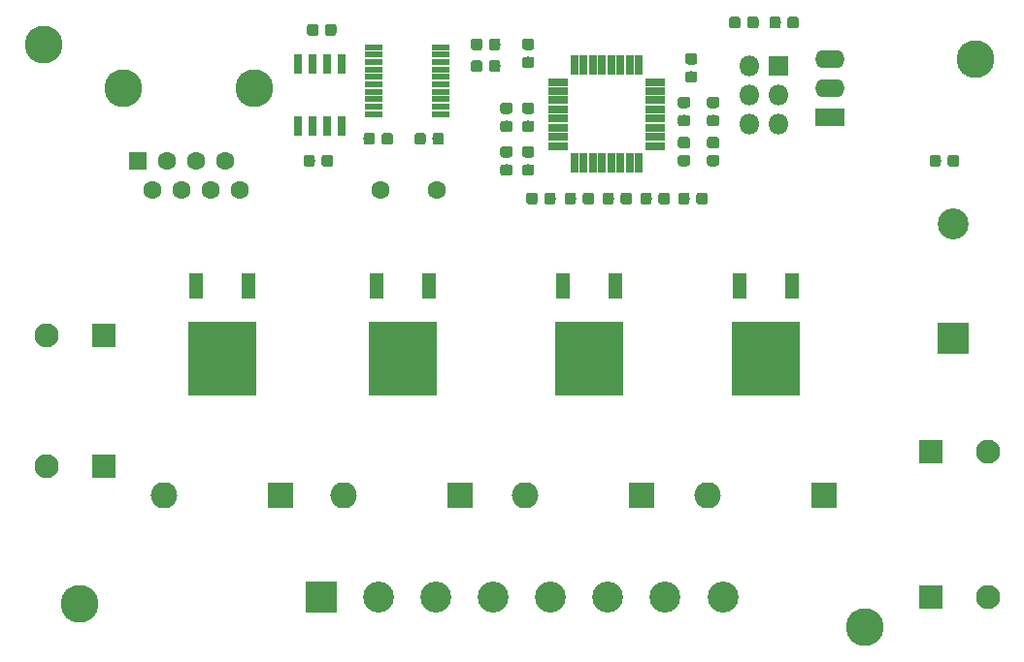
<source format=gbr>
G04 #@! TF.GenerationSoftware,KiCad,Pcbnew,(5.0.0)*
G04 #@! TF.CreationDate,2018-10-13T16:03:11-04:00*
G04 #@! TF.ProjectId,FanBoy,46616E426F792E6B696361645F706362,rev?*
G04 #@! TF.SameCoordinates,Original*
G04 #@! TF.FileFunction,Soldermask,Top*
G04 #@! TF.FilePolarity,Negative*
%FSLAX46Y46*%
G04 Gerber Fmt 4.6, Leading zero omitted, Abs format (unit mm)*
G04 Created by KiCad (PCBNEW (5.0.0)) date 10/13/18 16:03:11*
%MOMM*%
%LPD*%
G01*
G04 APERTURE LIST*
%ADD10R,0.701600X1.651600*%
%ADD11C,3.301600*%
%ADD12R,0.651600X1.701600*%
%ADD13R,1.701600X0.651600*%
%ADD14R,1.801600X1.801600*%
%ADD15O,1.801600X1.801600*%
%ADD16R,2.101600X2.101600*%
%ADD17C,2.101600*%
%ADD18C,0.100000*%
%ADD19C,0.976600*%
%ADD20R,1.601600X1.601600*%
%ADD21C,1.601600*%
%ADD22R,2.601600X1.601600*%
%ADD23O,2.601600X1.601600*%
%ADD24R,1.551600X0.551600*%
%ADD25R,1.301600X2.301600*%
%ADD26R,5.901600X6.501600*%
%ADD27R,2.301600X2.301600*%
%ADD28O,2.301600X2.301600*%
%ADD29R,2.701600X2.701600*%
%ADD30C,2.701600*%
G04 APERTURE END LIST*
D10*
G04 #@! TO.C,U2*
X114554000Y-25367000D03*
X113284000Y-25367000D03*
X112014000Y-25367000D03*
X110744000Y-25367000D03*
X110744000Y-30767000D03*
X112014000Y-30767000D03*
X113284000Y-30767000D03*
X114554000Y-30767000D03*
G04 #@! TD*
D11*
G04 #@! TO.C,REF\002A\002A*
X160147000Y-74549000D03*
G04 #@! TD*
G04 #@! TO.C,REF\002A\002A*
X91694000Y-72517000D03*
G04 #@! TD*
G04 #@! TO.C,REF\002A\002A*
X88519000Y-23622000D03*
G04 #@! TD*
D12*
G04 #@! TO.C,U4*
X134860001Y-33959999D03*
X135660001Y-33959999D03*
X136460001Y-33959999D03*
X137260001Y-33959999D03*
X138060001Y-33959999D03*
X138860001Y-33959999D03*
X139660001Y-33959999D03*
X140460001Y-33959999D03*
D13*
X141910001Y-32509999D03*
X141910001Y-31709999D03*
X141910001Y-30909999D03*
X141910001Y-30109999D03*
X141910001Y-29309999D03*
X141910001Y-28509999D03*
X141910001Y-27709999D03*
X141910001Y-26909999D03*
D12*
X140460001Y-25459999D03*
X139660001Y-25459999D03*
X138860001Y-25459999D03*
X138060001Y-25459999D03*
X137260001Y-25459999D03*
X136460001Y-25459999D03*
X135660001Y-25459999D03*
X134860001Y-25459999D03*
D13*
X133410001Y-26909999D03*
X133410001Y-27709999D03*
X133410001Y-28509999D03*
X133410001Y-29309999D03*
X133410001Y-30109999D03*
X133410001Y-30909999D03*
X133410001Y-31709999D03*
X133410001Y-32509999D03*
G04 #@! TD*
D14*
G04 #@! TO.C,J3*
X152654000Y-25527000D03*
D15*
X150114000Y-25527000D03*
X152654000Y-28067000D03*
X150114000Y-28067000D03*
X152654000Y-30607000D03*
X150114000Y-30607000D03*
G04 #@! TD*
D16*
G04 #@! TO.C,C11*
X165942000Y-71882000D03*
D17*
X170942000Y-71882000D03*
G04 #@! TD*
G04 #@! TO.C,C10*
X88773000Y-60452000D03*
D16*
X93773000Y-60452000D03*
G04 #@! TD*
D17*
G04 #@! TO.C,C12*
X88773000Y-49022000D03*
D16*
X93773000Y-49022000D03*
G04 #@! TD*
D18*
G04 #@! TO.C,C1*
G36*
X168162081Y-33257376D02*
X168185781Y-33260891D01*
X168209023Y-33266713D01*
X168231582Y-33274785D01*
X168253242Y-33285029D01*
X168273792Y-33297347D01*
X168293037Y-33311619D01*
X168310790Y-33327710D01*
X168326881Y-33345463D01*
X168341153Y-33364708D01*
X168353471Y-33385258D01*
X168363715Y-33406918D01*
X168371787Y-33429477D01*
X168377609Y-33452719D01*
X168381124Y-33476419D01*
X168382300Y-33500350D01*
X168382300Y-34063650D01*
X168381124Y-34087581D01*
X168377609Y-34111281D01*
X168371787Y-34134523D01*
X168363715Y-34157082D01*
X168353471Y-34178742D01*
X168341153Y-34199292D01*
X168326881Y-34218537D01*
X168310790Y-34236290D01*
X168293037Y-34252381D01*
X168273792Y-34266653D01*
X168253242Y-34278971D01*
X168231582Y-34289215D01*
X168209023Y-34297287D01*
X168185781Y-34303109D01*
X168162081Y-34306624D01*
X168138150Y-34307800D01*
X167649850Y-34307800D01*
X167625919Y-34306624D01*
X167602219Y-34303109D01*
X167578977Y-34297287D01*
X167556418Y-34289215D01*
X167534758Y-34278971D01*
X167514208Y-34266653D01*
X167494963Y-34252381D01*
X167477210Y-34236290D01*
X167461119Y-34218537D01*
X167446847Y-34199292D01*
X167434529Y-34178742D01*
X167424285Y-34157082D01*
X167416213Y-34134523D01*
X167410391Y-34111281D01*
X167406876Y-34087581D01*
X167405700Y-34063650D01*
X167405700Y-33500350D01*
X167406876Y-33476419D01*
X167410391Y-33452719D01*
X167416213Y-33429477D01*
X167424285Y-33406918D01*
X167434529Y-33385258D01*
X167446847Y-33364708D01*
X167461119Y-33345463D01*
X167477210Y-33327710D01*
X167494963Y-33311619D01*
X167514208Y-33297347D01*
X167534758Y-33285029D01*
X167556418Y-33274785D01*
X167578977Y-33266713D01*
X167602219Y-33260891D01*
X167625919Y-33257376D01*
X167649850Y-33256200D01*
X168138150Y-33256200D01*
X168162081Y-33257376D01*
X168162081Y-33257376D01*
G37*
D19*
X167894000Y-33782000D03*
D18*
G36*
X166587081Y-33257376D02*
X166610781Y-33260891D01*
X166634023Y-33266713D01*
X166656582Y-33274785D01*
X166678242Y-33285029D01*
X166698792Y-33297347D01*
X166718037Y-33311619D01*
X166735790Y-33327710D01*
X166751881Y-33345463D01*
X166766153Y-33364708D01*
X166778471Y-33385258D01*
X166788715Y-33406918D01*
X166796787Y-33429477D01*
X166802609Y-33452719D01*
X166806124Y-33476419D01*
X166807300Y-33500350D01*
X166807300Y-34063650D01*
X166806124Y-34087581D01*
X166802609Y-34111281D01*
X166796787Y-34134523D01*
X166788715Y-34157082D01*
X166778471Y-34178742D01*
X166766153Y-34199292D01*
X166751881Y-34218537D01*
X166735790Y-34236290D01*
X166718037Y-34252381D01*
X166698792Y-34266653D01*
X166678242Y-34278971D01*
X166656582Y-34289215D01*
X166634023Y-34297287D01*
X166610781Y-34303109D01*
X166587081Y-34306624D01*
X166563150Y-34307800D01*
X166074850Y-34307800D01*
X166050919Y-34306624D01*
X166027219Y-34303109D01*
X166003977Y-34297287D01*
X165981418Y-34289215D01*
X165959758Y-34278971D01*
X165939208Y-34266653D01*
X165919963Y-34252381D01*
X165902210Y-34236290D01*
X165886119Y-34218537D01*
X165871847Y-34199292D01*
X165859529Y-34178742D01*
X165849285Y-34157082D01*
X165841213Y-34134523D01*
X165835391Y-34111281D01*
X165831876Y-34087581D01*
X165830700Y-34063650D01*
X165830700Y-33500350D01*
X165831876Y-33476419D01*
X165835391Y-33452719D01*
X165841213Y-33429477D01*
X165849285Y-33406918D01*
X165859529Y-33385258D01*
X165871847Y-33364708D01*
X165886119Y-33345463D01*
X165902210Y-33327710D01*
X165919963Y-33311619D01*
X165939208Y-33297347D01*
X165959758Y-33285029D01*
X165981418Y-33274785D01*
X166003977Y-33266713D01*
X166027219Y-33260891D01*
X166050919Y-33257376D01*
X166074850Y-33256200D01*
X166563150Y-33256200D01*
X166587081Y-33257376D01*
X166587081Y-33257376D01*
G37*
D19*
X166319000Y-33782000D03*
G04 #@! TD*
D18*
G04 #@! TO.C,C2*
G36*
X154192081Y-21192376D02*
X154215781Y-21195891D01*
X154239023Y-21201713D01*
X154261582Y-21209785D01*
X154283242Y-21220029D01*
X154303792Y-21232347D01*
X154323037Y-21246619D01*
X154340790Y-21262710D01*
X154356881Y-21280463D01*
X154371153Y-21299708D01*
X154383471Y-21320258D01*
X154393715Y-21341918D01*
X154401787Y-21364477D01*
X154407609Y-21387719D01*
X154411124Y-21411419D01*
X154412300Y-21435350D01*
X154412300Y-21998650D01*
X154411124Y-22022581D01*
X154407609Y-22046281D01*
X154401787Y-22069523D01*
X154393715Y-22092082D01*
X154383471Y-22113742D01*
X154371153Y-22134292D01*
X154356881Y-22153537D01*
X154340790Y-22171290D01*
X154323037Y-22187381D01*
X154303792Y-22201653D01*
X154283242Y-22213971D01*
X154261582Y-22224215D01*
X154239023Y-22232287D01*
X154215781Y-22238109D01*
X154192081Y-22241624D01*
X154168150Y-22242800D01*
X153679850Y-22242800D01*
X153655919Y-22241624D01*
X153632219Y-22238109D01*
X153608977Y-22232287D01*
X153586418Y-22224215D01*
X153564758Y-22213971D01*
X153544208Y-22201653D01*
X153524963Y-22187381D01*
X153507210Y-22171290D01*
X153491119Y-22153537D01*
X153476847Y-22134292D01*
X153464529Y-22113742D01*
X153454285Y-22092082D01*
X153446213Y-22069523D01*
X153440391Y-22046281D01*
X153436876Y-22022581D01*
X153435700Y-21998650D01*
X153435700Y-21435350D01*
X153436876Y-21411419D01*
X153440391Y-21387719D01*
X153446213Y-21364477D01*
X153454285Y-21341918D01*
X153464529Y-21320258D01*
X153476847Y-21299708D01*
X153491119Y-21280463D01*
X153507210Y-21262710D01*
X153524963Y-21246619D01*
X153544208Y-21232347D01*
X153564758Y-21220029D01*
X153586418Y-21209785D01*
X153608977Y-21201713D01*
X153632219Y-21195891D01*
X153655919Y-21192376D01*
X153679850Y-21191200D01*
X154168150Y-21191200D01*
X154192081Y-21192376D01*
X154192081Y-21192376D01*
G37*
D19*
X153924000Y-21717000D03*
D18*
G36*
X152617081Y-21192376D02*
X152640781Y-21195891D01*
X152664023Y-21201713D01*
X152686582Y-21209785D01*
X152708242Y-21220029D01*
X152728792Y-21232347D01*
X152748037Y-21246619D01*
X152765790Y-21262710D01*
X152781881Y-21280463D01*
X152796153Y-21299708D01*
X152808471Y-21320258D01*
X152818715Y-21341918D01*
X152826787Y-21364477D01*
X152832609Y-21387719D01*
X152836124Y-21411419D01*
X152837300Y-21435350D01*
X152837300Y-21998650D01*
X152836124Y-22022581D01*
X152832609Y-22046281D01*
X152826787Y-22069523D01*
X152818715Y-22092082D01*
X152808471Y-22113742D01*
X152796153Y-22134292D01*
X152781881Y-22153537D01*
X152765790Y-22171290D01*
X152748037Y-22187381D01*
X152728792Y-22201653D01*
X152708242Y-22213971D01*
X152686582Y-22224215D01*
X152664023Y-22232287D01*
X152640781Y-22238109D01*
X152617081Y-22241624D01*
X152593150Y-22242800D01*
X152104850Y-22242800D01*
X152080919Y-22241624D01*
X152057219Y-22238109D01*
X152033977Y-22232287D01*
X152011418Y-22224215D01*
X151989758Y-22213971D01*
X151969208Y-22201653D01*
X151949963Y-22187381D01*
X151932210Y-22171290D01*
X151916119Y-22153537D01*
X151901847Y-22134292D01*
X151889529Y-22113742D01*
X151879285Y-22092082D01*
X151871213Y-22069523D01*
X151865391Y-22046281D01*
X151861876Y-22022581D01*
X151860700Y-21998650D01*
X151860700Y-21435350D01*
X151861876Y-21411419D01*
X151865391Y-21387719D01*
X151871213Y-21364477D01*
X151879285Y-21341918D01*
X151889529Y-21320258D01*
X151901847Y-21299708D01*
X151916119Y-21280463D01*
X151932210Y-21262710D01*
X151949963Y-21246619D01*
X151969208Y-21232347D01*
X151989758Y-21220029D01*
X152011418Y-21209785D01*
X152033977Y-21201713D01*
X152057219Y-21195891D01*
X152080919Y-21192376D01*
X152104850Y-21191200D01*
X152593150Y-21191200D01*
X152617081Y-21192376D01*
X152617081Y-21192376D01*
G37*
D19*
X152349000Y-21717000D03*
G04 #@! TD*
D18*
G04 #@! TO.C,C3*
G36*
X112282081Y-21827376D02*
X112305781Y-21830891D01*
X112329023Y-21836713D01*
X112351582Y-21844785D01*
X112373242Y-21855029D01*
X112393792Y-21867347D01*
X112413037Y-21881619D01*
X112430790Y-21897710D01*
X112446881Y-21915463D01*
X112461153Y-21934708D01*
X112473471Y-21955258D01*
X112483715Y-21976918D01*
X112491787Y-21999477D01*
X112497609Y-22022719D01*
X112501124Y-22046419D01*
X112502300Y-22070350D01*
X112502300Y-22633650D01*
X112501124Y-22657581D01*
X112497609Y-22681281D01*
X112491787Y-22704523D01*
X112483715Y-22727082D01*
X112473471Y-22748742D01*
X112461153Y-22769292D01*
X112446881Y-22788537D01*
X112430790Y-22806290D01*
X112413037Y-22822381D01*
X112393792Y-22836653D01*
X112373242Y-22848971D01*
X112351582Y-22859215D01*
X112329023Y-22867287D01*
X112305781Y-22873109D01*
X112282081Y-22876624D01*
X112258150Y-22877800D01*
X111769850Y-22877800D01*
X111745919Y-22876624D01*
X111722219Y-22873109D01*
X111698977Y-22867287D01*
X111676418Y-22859215D01*
X111654758Y-22848971D01*
X111634208Y-22836653D01*
X111614963Y-22822381D01*
X111597210Y-22806290D01*
X111581119Y-22788537D01*
X111566847Y-22769292D01*
X111554529Y-22748742D01*
X111544285Y-22727082D01*
X111536213Y-22704523D01*
X111530391Y-22681281D01*
X111526876Y-22657581D01*
X111525700Y-22633650D01*
X111525700Y-22070350D01*
X111526876Y-22046419D01*
X111530391Y-22022719D01*
X111536213Y-21999477D01*
X111544285Y-21976918D01*
X111554529Y-21955258D01*
X111566847Y-21934708D01*
X111581119Y-21915463D01*
X111597210Y-21897710D01*
X111614963Y-21881619D01*
X111634208Y-21867347D01*
X111654758Y-21855029D01*
X111676418Y-21844785D01*
X111698977Y-21836713D01*
X111722219Y-21830891D01*
X111745919Y-21827376D01*
X111769850Y-21826200D01*
X112258150Y-21826200D01*
X112282081Y-21827376D01*
X112282081Y-21827376D01*
G37*
D19*
X112014000Y-22352000D03*
D18*
G36*
X113857081Y-21827376D02*
X113880781Y-21830891D01*
X113904023Y-21836713D01*
X113926582Y-21844785D01*
X113948242Y-21855029D01*
X113968792Y-21867347D01*
X113988037Y-21881619D01*
X114005790Y-21897710D01*
X114021881Y-21915463D01*
X114036153Y-21934708D01*
X114048471Y-21955258D01*
X114058715Y-21976918D01*
X114066787Y-21999477D01*
X114072609Y-22022719D01*
X114076124Y-22046419D01*
X114077300Y-22070350D01*
X114077300Y-22633650D01*
X114076124Y-22657581D01*
X114072609Y-22681281D01*
X114066787Y-22704523D01*
X114058715Y-22727082D01*
X114048471Y-22748742D01*
X114036153Y-22769292D01*
X114021881Y-22788537D01*
X114005790Y-22806290D01*
X113988037Y-22822381D01*
X113968792Y-22836653D01*
X113948242Y-22848971D01*
X113926582Y-22859215D01*
X113904023Y-22867287D01*
X113880781Y-22873109D01*
X113857081Y-22876624D01*
X113833150Y-22877800D01*
X113344850Y-22877800D01*
X113320919Y-22876624D01*
X113297219Y-22873109D01*
X113273977Y-22867287D01*
X113251418Y-22859215D01*
X113229758Y-22848971D01*
X113209208Y-22836653D01*
X113189963Y-22822381D01*
X113172210Y-22806290D01*
X113156119Y-22788537D01*
X113141847Y-22769292D01*
X113129529Y-22748742D01*
X113119285Y-22727082D01*
X113111213Y-22704523D01*
X113105391Y-22681281D01*
X113101876Y-22657581D01*
X113100700Y-22633650D01*
X113100700Y-22070350D01*
X113101876Y-22046419D01*
X113105391Y-22022719D01*
X113111213Y-21999477D01*
X113119285Y-21976918D01*
X113129529Y-21955258D01*
X113141847Y-21934708D01*
X113156119Y-21915463D01*
X113172210Y-21897710D01*
X113189963Y-21881619D01*
X113209208Y-21867347D01*
X113229758Y-21855029D01*
X113251418Y-21844785D01*
X113273977Y-21836713D01*
X113297219Y-21830891D01*
X113320919Y-21827376D01*
X113344850Y-21826200D01*
X113833150Y-21826200D01*
X113857081Y-21827376D01*
X113857081Y-21827376D01*
G37*
D19*
X113589000Y-22352000D03*
G04 #@! TD*
D18*
G04 #@! TO.C,C4*
G36*
X150687081Y-21192376D02*
X150710781Y-21195891D01*
X150734023Y-21201713D01*
X150756582Y-21209785D01*
X150778242Y-21220029D01*
X150798792Y-21232347D01*
X150818037Y-21246619D01*
X150835790Y-21262710D01*
X150851881Y-21280463D01*
X150866153Y-21299708D01*
X150878471Y-21320258D01*
X150888715Y-21341918D01*
X150896787Y-21364477D01*
X150902609Y-21387719D01*
X150906124Y-21411419D01*
X150907300Y-21435350D01*
X150907300Y-21998650D01*
X150906124Y-22022581D01*
X150902609Y-22046281D01*
X150896787Y-22069523D01*
X150888715Y-22092082D01*
X150878471Y-22113742D01*
X150866153Y-22134292D01*
X150851881Y-22153537D01*
X150835790Y-22171290D01*
X150818037Y-22187381D01*
X150798792Y-22201653D01*
X150778242Y-22213971D01*
X150756582Y-22224215D01*
X150734023Y-22232287D01*
X150710781Y-22238109D01*
X150687081Y-22241624D01*
X150663150Y-22242800D01*
X150174850Y-22242800D01*
X150150919Y-22241624D01*
X150127219Y-22238109D01*
X150103977Y-22232287D01*
X150081418Y-22224215D01*
X150059758Y-22213971D01*
X150039208Y-22201653D01*
X150019963Y-22187381D01*
X150002210Y-22171290D01*
X149986119Y-22153537D01*
X149971847Y-22134292D01*
X149959529Y-22113742D01*
X149949285Y-22092082D01*
X149941213Y-22069523D01*
X149935391Y-22046281D01*
X149931876Y-22022581D01*
X149930700Y-21998650D01*
X149930700Y-21435350D01*
X149931876Y-21411419D01*
X149935391Y-21387719D01*
X149941213Y-21364477D01*
X149949285Y-21341918D01*
X149959529Y-21320258D01*
X149971847Y-21299708D01*
X149986119Y-21280463D01*
X150002210Y-21262710D01*
X150019963Y-21246619D01*
X150039208Y-21232347D01*
X150059758Y-21220029D01*
X150081418Y-21209785D01*
X150103977Y-21201713D01*
X150127219Y-21195891D01*
X150150919Y-21192376D01*
X150174850Y-21191200D01*
X150663150Y-21191200D01*
X150687081Y-21192376D01*
X150687081Y-21192376D01*
G37*
D19*
X150419000Y-21717000D03*
D18*
G36*
X149112081Y-21192376D02*
X149135781Y-21195891D01*
X149159023Y-21201713D01*
X149181582Y-21209785D01*
X149203242Y-21220029D01*
X149223792Y-21232347D01*
X149243037Y-21246619D01*
X149260790Y-21262710D01*
X149276881Y-21280463D01*
X149291153Y-21299708D01*
X149303471Y-21320258D01*
X149313715Y-21341918D01*
X149321787Y-21364477D01*
X149327609Y-21387719D01*
X149331124Y-21411419D01*
X149332300Y-21435350D01*
X149332300Y-21998650D01*
X149331124Y-22022581D01*
X149327609Y-22046281D01*
X149321787Y-22069523D01*
X149313715Y-22092082D01*
X149303471Y-22113742D01*
X149291153Y-22134292D01*
X149276881Y-22153537D01*
X149260790Y-22171290D01*
X149243037Y-22187381D01*
X149223792Y-22201653D01*
X149203242Y-22213971D01*
X149181582Y-22224215D01*
X149159023Y-22232287D01*
X149135781Y-22238109D01*
X149112081Y-22241624D01*
X149088150Y-22242800D01*
X148599850Y-22242800D01*
X148575919Y-22241624D01*
X148552219Y-22238109D01*
X148528977Y-22232287D01*
X148506418Y-22224215D01*
X148484758Y-22213971D01*
X148464208Y-22201653D01*
X148444963Y-22187381D01*
X148427210Y-22171290D01*
X148411119Y-22153537D01*
X148396847Y-22134292D01*
X148384529Y-22113742D01*
X148374285Y-22092082D01*
X148366213Y-22069523D01*
X148360391Y-22046281D01*
X148356876Y-22022581D01*
X148355700Y-21998650D01*
X148355700Y-21435350D01*
X148356876Y-21411419D01*
X148360391Y-21387719D01*
X148366213Y-21364477D01*
X148374285Y-21341918D01*
X148384529Y-21320258D01*
X148396847Y-21299708D01*
X148411119Y-21280463D01*
X148427210Y-21262710D01*
X148444963Y-21246619D01*
X148464208Y-21232347D01*
X148484758Y-21220029D01*
X148506418Y-21209785D01*
X148528977Y-21201713D01*
X148552219Y-21195891D01*
X148575919Y-21192376D01*
X148599850Y-21191200D01*
X149088150Y-21191200D01*
X149112081Y-21192376D01*
X149112081Y-21192376D01*
G37*
D19*
X148844000Y-21717000D03*
G04 #@! TD*
D18*
G04 #@! TO.C,C5*
G36*
X128157081Y-25002376D02*
X128180781Y-25005891D01*
X128204023Y-25011713D01*
X128226582Y-25019785D01*
X128248242Y-25030029D01*
X128268792Y-25042347D01*
X128288037Y-25056619D01*
X128305790Y-25072710D01*
X128321881Y-25090463D01*
X128336153Y-25109708D01*
X128348471Y-25130258D01*
X128358715Y-25151918D01*
X128366787Y-25174477D01*
X128372609Y-25197719D01*
X128376124Y-25221419D01*
X128377300Y-25245350D01*
X128377300Y-25808650D01*
X128376124Y-25832581D01*
X128372609Y-25856281D01*
X128366787Y-25879523D01*
X128358715Y-25902082D01*
X128348471Y-25923742D01*
X128336153Y-25944292D01*
X128321881Y-25963537D01*
X128305790Y-25981290D01*
X128288037Y-25997381D01*
X128268792Y-26011653D01*
X128248242Y-26023971D01*
X128226582Y-26034215D01*
X128204023Y-26042287D01*
X128180781Y-26048109D01*
X128157081Y-26051624D01*
X128133150Y-26052800D01*
X127644850Y-26052800D01*
X127620919Y-26051624D01*
X127597219Y-26048109D01*
X127573977Y-26042287D01*
X127551418Y-26034215D01*
X127529758Y-26023971D01*
X127509208Y-26011653D01*
X127489963Y-25997381D01*
X127472210Y-25981290D01*
X127456119Y-25963537D01*
X127441847Y-25944292D01*
X127429529Y-25923742D01*
X127419285Y-25902082D01*
X127411213Y-25879523D01*
X127405391Y-25856281D01*
X127401876Y-25832581D01*
X127400700Y-25808650D01*
X127400700Y-25245350D01*
X127401876Y-25221419D01*
X127405391Y-25197719D01*
X127411213Y-25174477D01*
X127419285Y-25151918D01*
X127429529Y-25130258D01*
X127441847Y-25109708D01*
X127456119Y-25090463D01*
X127472210Y-25072710D01*
X127489963Y-25056619D01*
X127509208Y-25042347D01*
X127529758Y-25030029D01*
X127551418Y-25019785D01*
X127573977Y-25011713D01*
X127597219Y-25005891D01*
X127620919Y-25002376D01*
X127644850Y-25001200D01*
X128133150Y-25001200D01*
X128157081Y-25002376D01*
X128157081Y-25002376D01*
G37*
D19*
X127889000Y-25527000D03*
D18*
G36*
X126582081Y-25002376D02*
X126605781Y-25005891D01*
X126629023Y-25011713D01*
X126651582Y-25019785D01*
X126673242Y-25030029D01*
X126693792Y-25042347D01*
X126713037Y-25056619D01*
X126730790Y-25072710D01*
X126746881Y-25090463D01*
X126761153Y-25109708D01*
X126773471Y-25130258D01*
X126783715Y-25151918D01*
X126791787Y-25174477D01*
X126797609Y-25197719D01*
X126801124Y-25221419D01*
X126802300Y-25245350D01*
X126802300Y-25808650D01*
X126801124Y-25832581D01*
X126797609Y-25856281D01*
X126791787Y-25879523D01*
X126783715Y-25902082D01*
X126773471Y-25923742D01*
X126761153Y-25944292D01*
X126746881Y-25963537D01*
X126730790Y-25981290D01*
X126713037Y-25997381D01*
X126693792Y-26011653D01*
X126673242Y-26023971D01*
X126651582Y-26034215D01*
X126629023Y-26042287D01*
X126605781Y-26048109D01*
X126582081Y-26051624D01*
X126558150Y-26052800D01*
X126069850Y-26052800D01*
X126045919Y-26051624D01*
X126022219Y-26048109D01*
X125998977Y-26042287D01*
X125976418Y-26034215D01*
X125954758Y-26023971D01*
X125934208Y-26011653D01*
X125914963Y-25997381D01*
X125897210Y-25981290D01*
X125881119Y-25963537D01*
X125866847Y-25944292D01*
X125854529Y-25923742D01*
X125844285Y-25902082D01*
X125836213Y-25879523D01*
X125830391Y-25856281D01*
X125826876Y-25832581D01*
X125825700Y-25808650D01*
X125825700Y-25245350D01*
X125826876Y-25221419D01*
X125830391Y-25197719D01*
X125836213Y-25174477D01*
X125844285Y-25151918D01*
X125854529Y-25130258D01*
X125866847Y-25109708D01*
X125881119Y-25090463D01*
X125897210Y-25072710D01*
X125914963Y-25056619D01*
X125934208Y-25042347D01*
X125954758Y-25030029D01*
X125976418Y-25019785D01*
X125998977Y-25011713D01*
X126022219Y-25005891D01*
X126045919Y-25002376D01*
X126069850Y-25001200D01*
X126558150Y-25001200D01*
X126582081Y-25002376D01*
X126582081Y-25002376D01*
G37*
D19*
X126314000Y-25527000D03*
G04 #@! TD*
D18*
G04 #@! TO.C,C6*
G36*
X123229581Y-31352376D02*
X123253281Y-31355891D01*
X123276523Y-31361713D01*
X123299082Y-31369785D01*
X123320742Y-31380029D01*
X123341292Y-31392347D01*
X123360537Y-31406619D01*
X123378290Y-31422710D01*
X123394381Y-31440463D01*
X123408653Y-31459708D01*
X123420971Y-31480258D01*
X123431215Y-31501918D01*
X123439287Y-31524477D01*
X123445109Y-31547719D01*
X123448624Y-31571419D01*
X123449800Y-31595350D01*
X123449800Y-32158650D01*
X123448624Y-32182581D01*
X123445109Y-32206281D01*
X123439287Y-32229523D01*
X123431215Y-32252082D01*
X123420971Y-32273742D01*
X123408653Y-32294292D01*
X123394381Y-32313537D01*
X123378290Y-32331290D01*
X123360537Y-32347381D01*
X123341292Y-32361653D01*
X123320742Y-32373971D01*
X123299082Y-32384215D01*
X123276523Y-32392287D01*
X123253281Y-32398109D01*
X123229581Y-32401624D01*
X123205650Y-32402800D01*
X122717350Y-32402800D01*
X122693419Y-32401624D01*
X122669719Y-32398109D01*
X122646477Y-32392287D01*
X122623918Y-32384215D01*
X122602258Y-32373971D01*
X122581708Y-32361653D01*
X122562463Y-32347381D01*
X122544710Y-32331290D01*
X122528619Y-32313537D01*
X122514347Y-32294292D01*
X122502029Y-32273742D01*
X122491785Y-32252082D01*
X122483713Y-32229523D01*
X122477891Y-32206281D01*
X122474376Y-32182581D01*
X122473200Y-32158650D01*
X122473200Y-31595350D01*
X122474376Y-31571419D01*
X122477891Y-31547719D01*
X122483713Y-31524477D01*
X122491785Y-31501918D01*
X122502029Y-31480258D01*
X122514347Y-31459708D01*
X122528619Y-31440463D01*
X122544710Y-31422710D01*
X122562463Y-31406619D01*
X122581708Y-31392347D01*
X122602258Y-31380029D01*
X122623918Y-31369785D01*
X122646477Y-31361713D01*
X122669719Y-31355891D01*
X122693419Y-31352376D01*
X122717350Y-31351200D01*
X123205650Y-31351200D01*
X123229581Y-31352376D01*
X123229581Y-31352376D01*
G37*
D19*
X122961500Y-31877000D03*
D18*
G36*
X121654581Y-31352376D02*
X121678281Y-31355891D01*
X121701523Y-31361713D01*
X121724082Y-31369785D01*
X121745742Y-31380029D01*
X121766292Y-31392347D01*
X121785537Y-31406619D01*
X121803290Y-31422710D01*
X121819381Y-31440463D01*
X121833653Y-31459708D01*
X121845971Y-31480258D01*
X121856215Y-31501918D01*
X121864287Y-31524477D01*
X121870109Y-31547719D01*
X121873624Y-31571419D01*
X121874800Y-31595350D01*
X121874800Y-32158650D01*
X121873624Y-32182581D01*
X121870109Y-32206281D01*
X121864287Y-32229523D01*
X121856215Y-32252082D01*
X121845971Y-32273742D01*
X121833653Y-32294292D01*
X121819381Y-32313537D01*
X121803290Y-32331290D01*
X121785537Y-32347381D01*
X121766292Y-32361653D01*
X121745742Y-32373971D01*
X121724082Y-32384215D01*
X121701523Y-32392287D01*
X121678281Y-32398109D01*
X121654581Y-32401624D01*
X121630650Y-32402800D01*
X121142350Y-32402800D01*
X121118419Y-32401624D01*
X121094719Y-32398109D01*
X121071477Y-32392287D01*
X121048918Y-32384215D01*
X121027258Y-32373971D01*
X121006708Y-32361653D01*
X120987463Y-32347381D01*
X120969710Y-32331290D01*
X120953619Y-32313537D01*
X120939347Y-32294292D01*
X120927029Y-32273742D01*
X120916785Y-32252082D01*
X120908713Y-32229523D01*
X120902891Y-32206281D01*
X120899376Y-32182581D01*
X120898200Y-32158650D01*
X120898200Y-31595350D01*
X120899376Y-31571419D01*
X120902891Y-31547719D01*
X120908713Y-31524477D01*
X120916785Y-31501918D01*
X120927029Y-31480258D01*
X120939347Y-31459708D01*
X120953619Y-31440463D01*
X120969710Y-31422710D01*
X120987463Y-31406619D01*
X121006708Y-31392347D01*
X121027258Y-31380029D01*
X121048918Y-31369785D01*
X121071477Y-31361713D01*
X121094719Y-31355891D01*
X121118419Y-31352376D01*
X121142350Y-31351200D01*
X121630650Y-31351200D01*
X121654581Y-31352376D01*
X121654581Y-31352376D01*
G37*
D19*
X121386500Y-31877000D03*
G04 #@! TD*
D18*
G04 #@! TO.C,C7*
G36*
X118784581Y-31352376D02*
X118808281Y-31355891D01*
X118831523Y-31361713D01*
X118854082Y-31369785D01*
X118875742Y-31380029D01*
X118896292Y-31392347D01*
X118915537Y-31406619D01*
X118933290Y-31422710D01*
X118949381Y-31440463D01*
X118963653Y-31459708D01*
X118975971Y-31480258D01*
X118986215Y-31501918D01*
X118994287Y-31524477D01*
X119000109Y-31547719D01*
X119003624Y-31571419D01*
X119004800Y-31595350D01*
X119004800Y-32158650D01*
X119003624Y-32182581D01*
X119000109Y-32206281D01*
X118994287Y-32229523D01*
X118986215Y-32252082D01*
X118975971Y-32273742D01*
X118963653Y-32294292D01*
X118949381Y-32313537D01*
X118933290Y-32331290D01*
X118915537Y-32347381D01*
X118896292Y-32361653D01*
X118875742Y-32373971D01*
X118854082Y-32384215D01*
X118831523Y-32392287D01*
X118808281Y-32398109D01*
X118784581Y-32401624D01*
X118760650Y-32402800D01*
X118272350Y-32402800D01*
X118248419Y-32401624D01*
X118224719Y-32398109D01*
X118201477Y-32392287D01*
X118178918Y-32384215D01*
X118157258Y-32373971D01*
X118136708Y-32361653D01*
X118117463Y-32347381D01*
X118099710Y-32331290D01*
X118083619Y-32313537D01*
X118069347Y-32294292D01*
X118057029Y-32273742D01*
X118046785Y-32252082D01*
X118038713Y-32229523D01*
X118032891Y-32206281D01*
X118029376Y-32182581D01*
X118028200Y-32158650D01*
X118028200Y-31595350D01*
X118029376Y-31571419D01*
X118032891Y-31547719D01*
X118038713Y-31524477D01*
X118046785Y-31501918D01*
X118057029Y-31480258D01*
X118069347Y-31459708D01*
X118083619Y-31440463D01*
X118099710Y-31422710D01*
X118117463Y-31406619D01*
X118136708Y-31392347D01*
X118157258Y-31380029D01*
X118178918Y-31369785D01*
X118201477Y-31361713D01*
X118224719Y-31355891D01*
X118248419Y-31352376D01*
X118272350Y-31351200D01*
X118760650Y-31351200D01*
X118784581Y-31352376D01*
X118784581Y-31352376D01*
G37*
D19*
X118516500Y-31877000D03*
D18*
G36*
X117209581Y-31352376D02*
X117233281Y-31355891D01*
X117256523Y-31361713D01*
X117279082Y-31369785D01*
X117300742Y-31380029D01*
X117321292Y-31392347D01*
X117340537Y-31406619D01*
X117358290Y-31422710D01*
X117374381Y-31440463D01*
X117388653Y-31459708D01*
X117400971Y-31480258D01*
X117411215Y-31501918D01*
X117419287Y-31524477D01*
X117425109Y-31547719D01*
X117428624Y-31571419D01*
X117429800Y-31595350D01*
X117429800Y-32158650D01*
X117428624Y-32182581D01*
X117425109Y-32206281D01*
X117419287Y-32229523D01*
X117411215Y-32252082D01*
X117400971Y-32273742D01*
X117388653Y-32294292D01*
X117374381Y-32313537D01*
X117358290Y-32331290D01*
X117340537Y-32347381D01*
X117321292Y-32361653D01*
X117300742Y-32373971D01*
X117279082Y-32384215D01*
X117256523Y-32392287D01*
X117233281Y-32398109D01*
X117209581Y-32401624D01*
X117185650Y-32402800D01*
X116697350Y-32402800D01*
X116673419Y-32401624D01*
X116649719Y-32398109D01*
X116626477Y-32392287D01*
X116603918Y-32384215D01*
X116582258Y-32373971D01*
X116561708Y-32361653D01*
X116542463Y-32347381D01*
X116524710Y-32331290D01*
X116508619Y-32313537D01*
X116494347Y-32294292D01*
X116482029Y-32273742D01*
X116471785Y-32252082D01*
X116463713Y-32229523D01*
X116457891Y-32206281D01*
X116454376Y-32182581D01*
X116453200Y-32158650D01*
X116453200Y-31595350D01*
X116454376Y-31571419D01*
X116457891Y-31547719D01*
X116463713Y-31524477D01*
X116471785Y-31501918D01*
X116482029Y-31480258D01*
X116494347Y-31459708D01*
X116508619Y-31440463D01*
X116524710Y-31422710D01*
X116542463Y-31406619D01*
X116561708Y-31392347D01*
X116582258Y-31380029D01*
X116603918Y-31369785D01*
X116626477Y-31361713D01*
X116649719Y-31355891D01*
X116673419Y-31352376D01*
X116697350Y-31351200D01*
X117185650Y-31351200D01*
X117209581Y-31352376D01*
X117209581Y-31352376D01*
G37*
D19*
X116941500Y-31877000D03*
G04 #@! TD*
D18*
G04 #@! TO.C,C8*
G36*
X145339581Y-25979876D02*
X145363281Y-25983391D01*
X145386523Y-25989213D01*
X145409082Y-25997285D01*
X145430742Y-26007529D01*
X145451292Y-26019847D01*
X145470537Y-26034119D01*
X145488290Y-26050210D01*
X145504381Y-26067963D01*
X145518653Y-26087208D01*
X145530971Y-26107758D01*
X145541215Y-26129418D01*
X145549287Y-26151977D01*
X145555109Y-26175219D01*
X145558624Y-26198919D01*
X145559800Y-26222850D01*
X145559800Y-26711150D01*
X145558624Y-26735081D01*
X145555109Y-26758781D01*
X145549287Y-26782023D01*
X145541215Y-26804582D01*
X145530971Y-26826242D01*
X145518653Y-26846792D01*
X145504381Y-26866037D01*
X145488290Y-26883790D01*
X145470537Y-26899881D01*
X145451292Y-26914153D01*
X145430742Y-26926471D01*
X145409082Y-26936715D01*
X145386523Y-26944787D01*
X145363281Y-26950609D01*
X145339581Y-26954124D01*
X145315650Y-26955300D01*
X144752350Y-26955300D01*
X144728419Y-26954124D01*
X144704719Y-26950609D01*
X144681477Y-26944787D01*
X144658918Y-26936715D01*
X144637258Y-26926471D01*
X144616708Y-26914153D01*
X144597463Y-26899881D01*
X144579710Y-26883790D01*
X144563619Y-26866037D01*
X144549347Y-26846792D01*
X144537029Y-26826242D01*
X144526785Y-26804582D01*
X144518713Y-26782023D01*
X144512891Y-26758781D01*
X144509376Y-26735081D01*
X144508200Y-26711150D01*
X144508200Y-26222850D01*
X144509376Y-26198919D01*
X144512891Y-26175219D01*
X144518713Y-26151977D01*
X144526785Y-26129418D01*
X144537029Y-26107758D01*
X144549347Y-26087208D01*
X144563619Y-26067963D01*
X144579710Y-26050210D01*
X144597463Y-26034119D01*
X144616708Y-26019847D01*
X144637258Y-26007529D01*
X144658918Y-25997285D01*
X144681477Y-25989213D01*
X144704719Y-25983391D01*
X144728419Y-25979876D01*
X144752350Y-25978700D01*
X145315650Y-25978700D01*
X145339581Y-25979876D01*
X145339581Y-25979876D01*
G37*
D19*
X145034000Y-26467000D03*
D18*
G36*
X145339581Y-24404876D02*
X145363281Y-24408391D01*
X145386523Y-24414213D01*
X145409082Y-24422285D01*
X145430742Y-24432529D01*
X145451292Y-24444847D01*
X145470537Y-24459119D01*
X145488290Y-24475210D01*
X145504381Y-24492963D01*
X145518653Y-24512208D01*
X145530971Y-24532758D01*
X145541215Y-24554418D01*
X145549287Y-24576977D01*
X145555109Y-24600219D01*
X145558624Y-24623919D01*
X145559800Y-24647850D01*
X145559800Y-25136150D01*
X145558624Y-25160081D01*
X145555109Y-25183781D01*
X145549287Y-25207023D01*
X145541215Y-25229582D01*
X145530971Y-25251242D01*
X145518653Y-25271792D01*
X145504381Y-25291037D01*
X145488290Y-25308790D01*
X145470537Y-25324881D01*
X145451292Y-25339153D01*
X145430742Y-25351471D01*
X145409082Y-25361715D01*
X145386523Y-25369787D01*
X145363281Y-25375609D01*
X145339581Y-25379124D01*
X145315650Y-25380300D01*
X144752350Y-25380300D01*
X144728419Y-25379124D01*
X144704719Y-25375609D01*
X144681477Y-25369787D01*
X144658918Y-25361715D01*
X144637258Y-25351471D01*
X144616708Y-25339153D01*
X144597463Y-25324881D01*
X144579710Y-25308790D01*
X144563619Y-25291037D01*
X144549347Y-25271792D01*
X144537029Y-25251242D01*
X144526785Y-25229582D01*
X144518713Y-25207023D01*
X144512891Y-25183781D01*
X144509376Y-25160081D01*
X144508200Y-25136150D01*
X144508200Y-24647850D01*
X144509376Y-24623919D01*
X144512891Y-24600219D01*
X144518713Y-24576977D01*
X144526785Y-24554418D01*
X144537029Y-24532758D01*
X144549347Y-24512208D01*
X144563619Y-24492963D01*
X144579710Y-24475210D01*
X144597463Y-24459119D01*
X144616708Y-24444847D01*
X144637258Y-24432529D01*
X144658918Y-24422285D01*
X144681477Y-24414213D01*
X144704719Y-24408391D01*
X144728419Y-24404876D01*
X144752350Y-24403700D01*
X145315650Y-24403700D01*
X145339581Y-24404876D01*
X145339581Y-24404876D01*
G37*
D19*
X145034000Y-24892000D03*
G04 #@! TD*
D18*
G04 #@! TO.C,C9*
G36*
X139638081Y-36559376D02*
X139661781Y-36562891D01*
X139685023Y-36568713D01*
X139707582Y-36576785D01*
X139729242Y-36587029D01*
X139749792Y-36599347D01*
X139769037Y-36613619D01*
X139786790Y-36629710D01*
X139802881Y-36647463D01*
X139817153Y-36666708D01*
X139829471Y-36687258D01*
X139839715Y-36708918D01*
X139847787Y-36731477D01*
X139853609Y-36754719D01*
X139857124Y-36778419D01*
X139858300Y-36802350D01*
X139858300Y-37365650D01*
X139857124Y-37389581D01*
X139853609Y-37413281D01*
X139847787Y-37436523D01*
X139839715Y-37459082D01*
X139829471Y-37480742D01*
X139817153Y-37501292D01*
X139802881Y-37520537D01*
X139786790Y-37538290D01*
X139769037Y-37554381D01*
X139749792Y-37568653D01*
X139729242Y-37580971D01*
X139707582Y-37591215D01*
X139685023Y-37599287D01*
X139661781Y-37605109D01*
X139638081Y-37608624D01*
X139614150Y-37609800D01*
X139125850Y-37609800D01*
X139101919Y-37608624D01*
X139078219Y-37605109D01*
X139054977Y-37599287D01*
X139032418Y-37591215D01*
X139010758Y-37580971D01*
X138990208Y-37568653D01*
X138970963Y-37554381D01*
X138953210Y-37538290D01*
X138937119Y-37520537D01*
X138922847Y-37501292D01*
X138910529Y-37480742D01*
X138900285Y-37459082D01*
X138892213Y-37436523D01*
X138886391Y-37413281D01*
X138882876Y-37389581D01*
X138881700Y-37365650D01*
X138881700Y-36802350D01*
X138882876Y-36778419D01*
X138886391Y-36754719D01*
X138892213Y-36731477D01*
X138900285Y-36708918D01*
X138910529Y-36687258D01*
X138922847Y-36666708D01*
X138937119Y-36647463D01*
X138953210Y-36629710D01*
X138970963Y-36613619D01*
X138990208Y-36599347D01*
X139010758Y-36587029D01*
X139032418Y-36576785D01*
X139054977Y-36568713D01*
X139078219Y-36562891D01*
X139101919Y-36559376D01*
X139125850Y-36558200D01*
X139614150Y-36558200D01*
X139638081Y-36559376D01*
X139638081Y-36559376D01*
G37*
D19*
X139370000Y-37084000D03*
D18*
G36*
X138063081Y-36559376D02*
X138086781Y-36562891D01*
X138110023Y-36568713D01*
X138132582Y-36576785D01*
X138154242Y-36587029D01*
X138174792Y-36599347D01*
X138194037Y-36613619D01*
X138211790Y-36629710D01*
X138227881Y-36647463D01*
X138242153Y-36666708D01*
X138254471Y-36687258D01*
X138264715Y-36708918D01*
X138272787Y-36731477D01*
X138278609Y-36754719D01*
X138282124Y-36778419D01*
X138283300Y-36802350D01*
X138283300Y-37365650D01*
X138282124Y-37389581D01*
X138278609Y-37413281D01*
X138272787Y-37436523D01*
X138264715Y-37459082D01*
X138254471Y-37480742D01*
X138242153Y-37501292D01*
X138227881Y-37520537D01*
X138211790Y-37538290D01*
X138194037Y-37554381D01*
X138174792Y-37568653D01*
X138154242Y-37580971D01*
X138132582Y-37591215D01*
X138110023Y-37599287D01*
X138086781Y-37605109D01*
X138063081Y-37608624D01*
X138039150Y-37609800D01*
X137550850Y-37609800D01*
X137526919Y-37608624D01*
X137503219Y-37605109D01*
X137479977Y-37599287D01*
X137457418Y-37591215D01*
X137435758Y-37580971D01*
X137415208Y-37568653D01*
X137395963Y-37554381D01*
X137378210Y-37538290D01*
X137362119Y-37520537D01*
X137347847Y-37501292D01*
X137335529Y-37480742D01*
X137325285Y-37459082D01*
X137317213Y-37436523D01*
X137311391Y-37413281D01*
X137307876Y-37389581D01*
X137306700Y-37365650D01*
X137306700Y-36802350D01*
X137307876Y-36778419D01*
X137311391Y-36754719D01*
X137317213Y-36731477D01*
X137325285Y-36708918D01*
X137335529Y-36687258D01*
X137347847Y-36666708D01*
X137362119Y-36647463D01*
X137378210Y-36629710D01*
X137395963Y-36613619D01*
X137415208Y-36599347D01*
X137435758Y-36587029D01*
X137457418Y-36576785D01*
X137479977Y-36568713D01*
X137503219Y-36562891D01*
X137526919Y-36559376D01*
X137550850Y-36558200D01*
X138039150Y-36558200D01*
X138063081Y-36559376D01*
X138063081Y-36559376D01*
G37*
D19*
X137795000Y-37084000D03*
G04 #@! TD*
D18*
G04 #@! TO.C,D5*
G36*
X131115581Y-28722876D02*
X131139281Y-28726391D01*
X131162523Y-28732213D01*
X131185082Y-28740285D01*
X131206742Y-28750529D01*
X131227292Y-28762847D01*
X131246537Y-28777119D01*
X131264290Y-28793210D01*
X131280381Y-28810963D01*
X131294653Y-28830208D01*
X131306971Y-28850758D01*
X131317215Y-28872418D01*
X131325287Y-28894977D01*
X131331109Y-28918219D01*
X131334624Y-28941919D01*
X131335800Y-28965850D01*
X131335800Y-29454150D01*
X131334624Y-29478081D01*
X131331109Y-29501781D01*
X131325287Y-29525023D01*
X131317215Y-29547582D01*
X131306971Y-29569242D01*
X131294653Y-29589792D01*
X131280381Y-29609037D01*
X131264290Y-29626790D01*
X131246537Y-29642881D01*
X131227292Y-29657153D01*
X131206742Y-29669471D01*
X131185082Y-29679715D01*
X131162523Y-29687787D01*
X131139281Y-29693609D01*
X131115581Y-29697124D01*
X131091650Y-29698300D01*
X130528350Y-29698300D01*
X130504419Y-29697124D01*
X130480719Y-29693609D01*
X130457477Y-29687787D01*
X130434918Y-29679715D01*
X130413258Y-29669471D01*
X130392708Y-29657153D01*
X130373463Y-29642881D01*
X130355710Y-29626790D01*
X130339619Y-29609037D01*
X130325347Y-29589792D01*
X130313029Y-29569242D01*
X130302785Y-29547582D01*
X130294713Y-29525023D01*
X130288891Y-29501781D01*
X130285376Y-29478081D01*
X130284200Y-29454150D01*
X130284200Y-28965850D01*
X130285376Y-28941919D01*
X130288891Y-28918219D01*
X130294713Y-28894977D01*
X130302785Y-28872418D01*
X130313029Y-28850758D01*
X130325347Y-28830208D01*
X130339619Y-28810963D01*
X130355710Y-28793210D01*
X130373463Y-28777119D01*
X130392708Y-28762847D01*
X130413258Y-28750529D01*
X130434918Y-28740285D01*
X130457477Y-28732213D01*
X130480719Y-28726391D01*
X130504419Y-28722876D01*
X130528350Y-28721700D01*
X131091650Y-28721700D01*
X131115581Y-28722876D01*
X131115581Y-28722876D01*
G37*
D19*
X130810000Y-29210000D03*
D18*
G36*
X131115581Y-30297876D02*
X131139281Y-30301391D01*
X131162523Y-30307213D01*
X131185082Y-30315285D01*
X131206742Y-30325529D01*
X131227292Y-30337847D01*
X131246537Y-30352119D01*
X131264290Y-30368210D01*
X131280381Y-30385963D01*
X131294653Y-30405208D01*
X131306971Y-30425758D01*
X131317215Y-30447418D01*
X131325287Y-30469977D01*
X131331109Y-30493219D01*
X131334624Y-30516919D01*
X131335800Y-30540850D01*
X131335800Y-31029150D01*
X131334624Y-31053081D01*
X131331109Y-31076781D01*
X131325287Y-31100023D01*
X131317215Y-31122582D01*
X131306971Y-31144242D01*
X131294653Y-31164792D01*
X131280381Y-31184037D01*
X131264290Y-31201790D01*
X131246537Y-31217881D01*
X131227292Y-31232153D01*
X131206742Y-31244471D01*
X131185082Y-31254715D01*
X131162523Y-31262787D01*
X131139281Y-31268609D01*
X131115581Y-31272124D01*
X131091650Y-31273300D01*
X130528350Y-31273300D01*
X130504419Y-31272124D01*
X130480719Y-31268609D01*
X130457477Y-31262787D01*
X130434918Y-31254715D01*
X130413258Y-31244471D01*
X130392708Y-31232153D01*
X130373463Y-31217881D01*
X130355710Y-31201790D01*
X130339619Y-31184037D01*
X130325347Y-31164792D01*
X130313029Y-31144242D01*
X130302785Y-31122582D01*
X130294713Y-31100023D01*
X130288891Y-31076781D01*
X130285376Y-31053081D01*
X130284200Y-31029150D01*
X130284200Y-30540850D01*
X130285376Y-30516919D01*
X130288891Y-30493219D01*
X130294713Y-30469977D01*
X130302785Y-30447418D01*
X130313029Y-30425758D01*
X130325347Y-30405208D01*
X130339619Y-30385963D01*
X130355710Y-30368210D01*
X130373463Y-30352119D01*
X130392708Y-30337847D01*
X130413258Y-30325529D01*
X130434918Y-30315285D01*
X130457477Y-30307213D01*
X130480719Y-30301391D01*
X130504419Y-30297876D01*
X130528350Y-30296700D01*
X131091650Y-30296700D01*
X131115581Y-30297876D01*
X131115581Y-30297876D01*
G37*
D19*
X130810000Y-30785000D03*
G04 #@! TD*
D18*
G04 #@! TO.C,D6*
G36*
X131115581Y-32532876D02*
X131139281Y-32536391D01*
X131162523Y-32542213D01*
X131185082Y-32550285D01*
X131206742Y-32560529D01*
X131227292Y-32572847D01*
X131246537Y-32587119D01*
X131264290Y-32603210D01*
X131280381Y-32620963D01*
X131294653Y-32640208D01*
X131306971Y-32660758D01*
X131317215Y-32682418D01*
X131325287Y-32704977D01*
X131331109Y-32728219D01*
X131334624Y-32751919D01*
X131335800Y-32775850D01*
X131335800Y-33264150D01*
X131334624Y-33288081D01*
X131331109Y-33311781D01*
X131325287Y-33335023D01*
X131317215Y-33357582D01*
X131306971Y-33379242D01*
X131294653Y-33399792D01*
X131280381Y-33419037D01*
X131264290Y-33436790D01*
X131246537Y-33452881D01*
X131227292Y-33467153D01*
X131206742Y-33479471D01*
X131185082Y-33489715D01*
X131162523Y-33497787D01*
X131139281Y-33503609D01*
X131115581Y-33507124D01*
X131091650Y-33508300D01*
X130528350Y-33508300D01*
X130504419Y-33507124D01*
X130480719Y-33503609D01*
X130457477Y-33497787D01*
X130434918Y-33489715D01*
X130413258Y-33479471D01*
X130392708Y-33467153D01*
X130373463Y-33452881D01*
X130355710Y-33436790D01*
X130339619Y-33419037D01*
X130325347Y-33399792D01*
X130313029Y-33379242D01*
X130302785Y-33357582D01*
X130294713Y-33335023D01*
X130288891Y-33311781D01*
X130285376Y-33288081D01*
X130284200Y-33264150D01*
X130284200Y-32775850D01*
X130285376Y-32751919D01*
X130288891Y-32728219D01*
X130294713Y-32704977D01*
X130302785Y-32682418D01*
X130313029Y-32660758D01*
X130325347Y-32640208D01*
X130339619Y-32620963D01*
X130355710Y-32603210D01*
X130373463Y-32587119D01*
X130392708Y-32572847D01*
X130413258Y-32560529D01*
X130434918Y-32550285D01*
X130457477Y-32542213D01*
X130480719Y-32536391D01*
X130504419Y-32532876D01*
X130528350Y-32531700D01*
X131091650Y-32531700D01*
X131115581Y-32532876D01*
X131115581Y-32532876D01*
G37*
D19*
X130810000Y-33020000D03*
D18*
G36*
X131115581Y-34107876D02*
X131139281Y-34111391D01*
X131162523Y-34117213D01*
X131185082Y-34125285D01*
X131206742Y-34135529D01*
X131227292Y-34147847D01*
X131246537Y-34162119D01*
X131264290Y-34178210D01*
X131280381Y-34195963D01*
X131294653Y-34215208D01*
X131306971Y-34235758D01*
X131317215Y-34257418D01*
X131325287Y-34279977D01*
X131331109Y-34303219D01*
X131334624Y-34326919D01*
X131335800Y-34350850D01*
X131335800Y-34839150D01*
X131334624Y-34863081D01*
X131331109Y-34886781D01*
X131325287Y-34910023D01*
X131317215Y-34932582D01*
X131306971Y-34954242D01*
X131294653Y-34974792D01*
X131280381Y-34994037D01*
X131264290Y-35011790D01*
X131246537Y-35027881D01*
X131227292Y-35042153D01*
X131206742Y-35054471D01*
X131185082Y-35064715D01*
X131162523Y-35072787D01*
X131139281Y-35078609D01*
X131115581Y-35082124D01*
X131091650Y-35083300D01*
X130528350Y-35083300D01*
X130504419Y-35082124D01*
X130480719Y-35078609D01*
X130457477Y-35072787D01*
X130434918Y-35064715D01*
X130413258Y-35054471D01*
X130392708Y-35042153D01*
X130373463Y-35027881D01*
X130355710Y-35011790D01*
X130339619Y-34994037D01*
X130325347Y-34974792D01*
X130313029Y-34954242D01*
X130302785Y-34932582D01*
X130294713Y-34910023D01*
X130288891Y-34886781D01*
X130285376Y-34863081D01*
X130284200Y-34839150D01*
X130284200Y-34350850D01*
X130285376Y-34326919D01*
X130288891Y-34303219D01*
X130294713Y-34279977D01*
X130302785Y-34257418D01*
X130313029Y-34235758D01*
X130325347Y-34215208D01*
X130339619Y-34195963D01*
X130355710Y-34178210D01*
X130373463Y-34162119D01*
X130392708Y-34147847D01*
X130413258Y-34135529D01*
X130434918Y-34125285D01*
X130457477Y-34117213D01*
X130480719Y-34111391D01*
X130504419Y-34107876D01*
X130528350Y-34106700D01*
X131091650Y-34106700D01*
X131115581Y-34107876D01*
X131115581Y-34107876D01*
G37*
D19*
X130810000Y-34595000D03*
G04 #@! TD*
D11*
G04 #@! TO.C,J1*
X106934000Y-27432000D03*
X95504000Y-27432000D03*
D20*
X96774000Y-33782000D03*
D21*
X98044000Y-36322000D03*
X99314000Y-33782000D03*
X100584000Y-36322000D03*
X101854000Y-33782000D03*
X103124000Y-36322000D03*
X104394000Y-33782000D03*
X105664000Y-36322000D03*
G04 #@! TD*
D18*
G04 #@! TO.C,R1*
G36*
X113552081Y-33257376D02*
X113575781Y-33260891D01*
X113599023Y-33266713D01*
X113621582Y-33274785D01*
X113643242Y-33285029D01*
X113663792Y-33297347D01*
X113683037Y-33311619D01*
X113700790Y-33327710D01*
X113716881Y-33345463D01*
X113731153Y-33364708D01*
X113743471Y-33385258D01*
X113753715Y-33406918D01*
X113761787Y-33429477D01*
X113767609Y-33452719D01*
X113771124Y-33476419D01*
X113772300Y-33500350D01*
X113772300Y-34063650D01*
X113771124Y-34087581D01*
X113767609Y-34111281D01*
X113761787Y-34134523D01*
X113753715Y-34157082D01*
X113743471Y-34178742D01*
X113731153Y-34199292D01*
X113716881Y-34218537D01*
X113700790Y-34236290D01*
X113683037Y-34252381D01*
X113663792Y-34266653D01*
X113643242Y-34278971D01*
X113621582Y-34289215D01*
X113599023Y-34297287D01*
X113575781Y-34303109D01*
X113552081Y-34306624D01*
X113528150Y-34307800D01*
X113039850Y-34307800D01*
X113015919Y-34306624D01*
X112992219Y-34303109D01*
X112968977Y-34297287D01*
X112946418Y-34289215D01*
X112924758Y-34278971D01*
X112904208Y-34266653D01*
X112884963Y-34252381D01*
X112867210Y-34236290D01*
X112851119Y-34218537D01*
X112836847Y-34199292D01*
X112824529Y-34178742D01*
X112814285Y-34157082D01*
X112806213Y-34134523D01*
X112800391Y-34111281D01*
X112796876Y-34087581D01*
X112795700Y-34063650D01*
X112795700Y-33500350D01*
X112796876Y-33476419D01*
X112800391Y-33452719D01*
X112806213Y-33429477D01*
X112814285Y-33406918D01*
X112824529Y-33385258D01*
X112836847Y-33364708D01*
X112851119Y-33345463D01*
X112867210Y-33327710D01*
X112884963Y-33311619D01*
X112904208Y-33297347D01*
X112924758Y-33285029D01*
X112946418Y-33274785D01*
X112968977Y-33266713D01*
X112992219Y-33260891D01*
X113015919Y-33257376D01*
X113039850Y-33256200D01*
X113528150Y-33256200D01*
X113552081Y-33257376D01*
X113552081Y-33257376D01*
G37*
D19*
X113284000Y-33782000D03*
D18*
G36*
X111977081Y-33257376D02*
X112000781Y-33260891D01*
X112024023Y-33266713D01*
X112046582Y-33274785D01*
X112068242Y-33285029D01*
X112088792Y-33297347D01*
X112108037Y-33311619D01*
X112125790Y-33327710D01*
X112141881Y-33345463D01*
X112156153Y-33364708D01*
X112168471Y-33385258D01*
X112178715Y-33406918D01*
X112186787Y-33429477D01*
X112192609Y-33452719D01*
X112196124Y-33476419D01*
X112197300Y-33500350D01*
X112197300Y-34063650D01*
X112196124Y-34087581D01*
X112192609Y-34111281D01*
X112186787Y-34134523D01*
X112178715Y-34157082D01*
X112168471Y-34178742D01*
X112156153Y-34199292D01*
X112141881Y-34218537D01*
X112125790Y-34236290D01*
X112108037Y-34252381D01*
X112088792Y-34266653D01*
X112068242Y-34278971D01*
X112046582Y-34289215D01*
X112024023Y-34297287D01*
X112000781Y-34303109D01*
X111977081Y-34306624D01*
X111953150Y-34307800D01*
X111464850Y-34307800D01*
X111440919Y-34306624D01*
X111417219Y-34303109D01*
X111393977Y-34297287D01*
X111371418Y-34289215D01*
X111349758Y-34278971D01*
X111329208Y-34266653D01*
X111309963Y-34252381D01*
X111292210Y-34236290D01*
X111276119Y-34218537D01*
X111261847Y-34199292D01*
X111249529Y-34178742D01*
X111239285Y-34157082D01*
X111231213Y-34134523D01*
X111225391Y-34111281D01*
X111221876Y-34087581D01*
X111220700Y-34063650D01*
X111220700Y-33500350D01*
X111221876Y-33476419D01*
X111225391Y-33452719D01*
X111231213Y-33429477D01*
X111239285Y-33406918D01*
X111249529Y-33385258D01*
X111261847Y-33364708D01*
X111276119Y-33345463D01*
X111292210Y-33327710D01*
X111309963Y-33311619D01*
X111329208Y-33297347D01*
X111349758Y-33285029D01*
X111371418Y-33274785D01*
X111393977Y-33266713D01*
X111417219Y-33260891D01*
X111440919Y-33257376D01*
X111464850Y-33256200D01*
X111953150Y-33256200D01*
X111977081Y-33257376D01*
X111977081Y-33257376D01*
G37*
D19*
X111709000Y-33782000D03*
G04 #@! TD*
D18*
G04 #@! TO.C,R2*
G36*
X128157081Y-23097376D02*
X128180781Y-23100891D01*
X128204023Y-23106713D01*
X128226582Y-23114785D01*
X128248242Y-23125029D01*
X128268792Y-23137347D01*
X128288037Y-23151619D01*
X128305790Y-23167710D01*
X128321881Y-23185463D01*
X128336153Y-23204708D01*
X128348471Y-23225258D01*
X128358715Y-23246918D01*
X128366787Y-23269477D01*
X128372609Y-23292719D01*
X128376124Y-23316419D01*
X128377300Y-23340350D01*
X128377300Y-23903650D01*
X128376124Y-23927581D01*
X128372609Y-23951281D01*
X128366787Y-23974523D01*
X128358715Y-23997082D01*
X128348471Y-24018742D01*
X128336153Y-24039292D01*
X128321881Y-24058537D01*
X128305790Y-24076290D01*
X128288037Y-24092381D01*
X128268792Y-24106653D01*
X128248242Y-24118971D01*
X128226582Y-24129215D01*
X128204023Y-24137287D01*
X128180781Y-24143109D01*
X128157081Y-24146624D01*
X128133150Y-24147800D01*
X127644850Y-24147800D01*
X127620919Y-24146624D01*
X127597219Y-24143109D01*
X127573977Y-24137287D01*
X127551418Y-24129215D01*
X127529758Y-24118971D01*
X127509208Y-24106653D01*
X127489963Y-24092381D01*
X127472210Y-24076290D01*
X127456119Y-24058537D01*
X127441847Y-24039292D01*
X127429529Y-24018742D01*
X127419285Y-23997082D01*
X127411213Y-23974523D01*
X127405391Y-23951281D01*
X127401876Y-23927581D01*
X127400700Y-23903650D01*
X127400700Y-23340350D01*
X127401876Y-23316419D01*
X127405391Y-23292719D01*
X127411213Y-23269477D01*
X127419285Y-23246918D01*
X127429529Y-23225258D01*
X127441847Y-23204708D01*
X127456119Y-23185463D01*
X127472210Y-23167710D01*
X127489963Y-23151619D01*
X127509208Y-23137347D01*
X127529758Y-23125029D01*
X127551418Y-23114785D01*
X127573977Y-23106713D01*
X127597219Y-23100891D01*
X127620919Y-23097376D01*
X127644850Y-23096200D01*
X128133150Y-23096200D01*
X128157081Y-23097376D01*
X128157081Y-23097376D01*
G37*
D19*
X127889000Y-23622000D03*
D18*
G36*
X126582081Y-23097376D02*
X126605781Y-23100891D01*
X126629023Y-23106713D01*
X126651582Y-23114785D01*
X126673242Y-23125029D01*
X126693792Y-23137347D01*
X126713037Y-23151619D01*
X126730790Y-23167710D01*
X126746881Y-23185463D01*
X126761153Y-23204708D01*
X126773471Y-23225258D01*
X126783715Y-23246918D01*
X126791787Y-23269477D01*
X126797609Y-23292719D01*
X126801124Y-23316419D01*
X126802300Y-23340350D01*
X126802300Y-23903650D01*
X126801124Y-23927581D01*
X126797609Y-23951281D01*
X126791787Y-23974523D01*
X126783715Y-23997082D01*
X126773471Y-24018742D01*
X126761153Y-24039292D01*
X126746881Y-24058537D01*
X126730790Y-24076290D01*
X126713037Y-24092381D01*
X126693792Y-24106653D01*
X126673242Y-24118971D01*
X126651582Y-24129215D01*
X126629023Y-24137287D01*
X126605781Y-24143109D01*
X126582081Y-24146624D01*
X126558150Y-24147800D01*
X126069850Y-24147800D01*
X126045919Y-24146624D01*
X126022219Y-24143109D01*
X125998977Y-24137287D01*
X125976418Y-24129215D01*
X125954758Y-24118971D01*
X125934208Y-24106653D01*
X125914963Y-24092381D01*
X125897210Y-24076290D01*
X125881119Y-24058537D01*
X125866847Y-24039292D01*
X125854529Y-24018742D01*
X125844285Y-23997082D01*
X125836213Y-23974523D01*
X125830391Y-23951281D01*
X125826876Y-23927581D01*
X125825700Y-23903650D01*
X125825700Y-23340350D01*
X125826876Y-23316419D01*
X125830391Y-23292719D01*
X125836213Y-23269477D01*
X125844285Y-23246918D01*
X125854529Y-23225258D01*
X125866847Y-23204708D01*
X125881119Y-23185463D01*
X125897210Y-23167710D01*
X125914963Y-23151619D01*
X125934208Y-23137347D01*
X125954758Y-23125029D01*
X125976418Y-23114785D01*
X125998977Y-23106713D01*
X126022219Y-23100891D01*
X126045919Y-23097376D01*
X126069850Y-23096200D01*
X126558150Y-23096200D01*
X126582081Y-23097376D01*
X126582081Y-23097376D01*
G37*
D19*
X126314000Y-23622000D03*
G04 #@! TD*
D18*
G04 #@! TO.C,R3*
G36*
X136336081Y-36559376D02*
X136359781Y-36562891D01*
X136383023Y-36568713D01*
X136405582Y-36576785D01*
X136427242Y-36587029D01*
X136447792Y-36599347D01*
X136467037Y-36613619D01*
X136484790Y-36629710D01*
X136500881Y-36647463D01*
X136515153Y-36666708D01*
X136527471Y-36687258D01*
X136537715Y-36708918D01*
X136545787Y-36731477D01*
X136551609Y-36754719D01*
X136555124Y-36778419D01*
X136556300Y-36802350D01*
X136556300Y-37365650D01*
X136555124Y-37389581D01*
X136551609Y-37413281D01*
X136545787Y-37436523D01*
X136537715Y-37459082D01*
X136527471Y-37480742D01*
X136515153Y-37501292D01*
X136500881Y-37520537D01*
X136484790Y-37538290D01*
X136467037Y-37554381D01*
X136447792Y-37568653D01*
X136427242Y-37580971D01*
X136405582Y-37591215D01*
X136383023Y-37599287D01*
X136359781Y-37605109D01*
X136336081Y-37608624D01*
X136312150Y-37609800D01*
X135823850Y-37609800D01*
X135799919Y-37608624D01*
X135776219Y-37605109D01*
X135752977Y-37599287D01*
X135730418Y-37591215D01*
X135708758Y-37580971D01*
X135688208Y-37568653D01*
X135668963Y-37554381D01*
X135651210Y-37538290D01*
X135635119Y-37520537D01*
X135620847Y-37501292D01*
X135608529Y-37480742D01*
X135598285Y-37459082D01*
X135590213Y-37436523D01*
X135584391Y-37413281D01*
X135580876Y-37389581D01*
X135579700Y-37365650D01*
X135579700Y-36802350D01*
X135580876Y-36778419D01*
X135584391Y-36754719D01*
X135590213Y-36731477D01*
X135598285Y-36708918D01*
X135608529Y-36687258D01*
X135620847Y-36666708D01*
X135635119Y-36647463D01*
X135651210Y-36629710D01*
X135668963Y-36613619D01*
X135688208Y-36599347D01*
X135708758Y-36587029D01*
X135730418Y-36576785D01*
X135752977Y-36568713D01*
X135776219Y-36562891D01*
X135799919Y-36559376D01*
X135823850Y-36558200D01*
X136312150Y-36558200D01*
X136336081Y-36559376D01*
X136336081Y-36559376D01*
G37*
D19*
X136068000Y-37084000D03*
D18*
G36*
X134761081Y-36559376D02*
X134784781Y-36562891D01*
X134808023Y-36568713D01*
X134830582Y-36576785D01*
X134852242Y-36587029D01*
X134872792Y-36599347D01*
X134892037Y-36613619D01*
X134909790Y-36629710D01*
X134925881Y-36647463D01*
X134940153Y-36666708D01*
X134952471Y-36687258D01*
X134962715Y-36708918D01*
X134970787Y-36731477D01*
X134976609Y-36754719D01*
X134980124Y-36778419D01*
X134981300Y-36802350D01*
X134981300Y-37365650D01*
X134980124Y-37389581D01*
X134976609Y-37413281D01*
X134970787Y-37436523D01*
X134962715Y-37459082D01*
X134952471Y-37480742D01*
X134940153Y-37501292D01*
X134925881Y-37520537D01*
X134909790Y-37538290D01*
X134892037Y-37554381D01*
X134872792Y-37568653D01*
X134852242Y-37580971D01*
X134830582Y-37591215D01*
X134808023Y-37599287D01*
X134784781Y-37605109D01*
X134761081Y-37608624D01*
X134737150Y-37609800D01*
X134248850Y-37609800D01*
X134224919Y-37608624D01*
X134201219Y-37605109D01*
X134177977Y-37599287D01*
X134155418Y-37591215D01*
X134133758Y-37580971D01*
X134113208Y-37568653D01*
X134093963Y-37554381D01*
X134076210Y-37538290D01*
X134060119Y-37520537D01*
X134045847Y-37501292D01*
X134033529Y-37480742D01*
X134023285Y-37459082D01*
X134015213Y-37436523D01*
X134009391Y-37413281D01*
X134005876Y-37389581D01*
X134004700Y-37365650D01*
X134004700Y-36802350D01*
X134005876Y-36778419D01*
X134009391Y-36754719D01*
X134015213Y-36731477D01*
X134023285Y-36708918D01*
X134033529Y-36687258D01*
X134045847Y-36666708D01*
X134060119Y-36647463D01*
X134076210Y-36629710D01*
X134093963Y-36613619D01*
X134113208Y-36599347D01*
X134133758Y-36587029D01*
X134155418Y-36576785D01*
X134177977Y-36568713D01*
X134201219Y-36562891D01*
X134224919Y-36559376D01*
X134248850Y-36558200D01*
X134737150Y-36558200D01*
X134761081Y-36559376D01*
X134761081Y-36559376D01*
G37*
D19*
X134493000Y-37084000D03*
G04 #@! TD*
D18*
G04 #@! TO.C,R4*
G36*
X146242081Y-36559376D02*
X146265781Y-36562891D01*
X146289023Y-36568713D01*
X146311582Y-36576785D01*
X146333242Y-36587029D01*
X146353792Y-36599347D01*
X146373037Y-36613619D01*
X146390790Y-36629710D01*
X146406881Y-36647463D01*
X146421153Y-36666708D01*
X146433471Y-36687258D01*
X146443715Y-36708918D01*
X146451787Y-36731477D01*
X146457609Y-36754719D01*
X146461124Y-36778419D01*
X146462300Y-36802350D01*
X146462300Y-37365650D01*
X146461124Y-37389581D01*
X146457609Y-37413281D01*
X146451787Y-37436523D01*
X146443715Y-37459082D01*
X146433471Y-37480742D01*
X146421153Y-37501292D01*
X146406881Y-37520537D01*
X146390790Y-37538290D01*
X146373037Y-37554381D01*
X146353792Y-37568653D01*
X146333242Y-37580971D01*
X146311582Y-37591215D01*
X146289023Y-37599287D01*
X146265781Y-37605109D01*
X146242081Y-37608624D01*
X146218150Y-37609800D01*
X145729850Y-37609800D01*
X145705919Y-37608624D01*
X145682219Y-37605109D01*
X145658977Y-37599287D01*
X145636418Y-37591215D01*
X145614758Y-37580971D01*
X145594208Y-37568653D01*
X145574963Y-37554381D01*
X145557210Y-37538290D01*
X145541119Y-37520537D01*
X145526847Y-37501292D01*
X145514529Y-37480742D01*
X145504285Y-37459082D01*
X145496213Y-37436523D01*
X145490391Y-37413281D01*
X145486876Y-37389581D01*
X145485700Y-37365650D01*
X145485700Y-36802350D01*
X145486876Y-36778419D01*
X145490391Y-36754719D01*
X145496213Y-36731477D01*
X145504285Y-36708918D01*
X145514529Y-36687258D01*
X145526847Y-36666708D01*
X145541119Y-36647463D01*
X145557210Y-36629710D01*
X145574963Y-36613619D01*
X145594208Y-36599347D01*
X145614758Y-36587029D01*
X145636418Y-36576785D01*
X145658977Y-36568713D01*
X145682219Y-36562891D01*
X145705919Y-36559376D01*
X145729850Y-36558200D01*
X146218150Y-36558200D01*
X146242081Y-36559376D01*
X146242081Y-36559376D01*
G37*
D19*
X145974000Y-37084000D03*
D18*
G36*
X144667081Y-36559376D02*
X144690781Y-36562891D01*
X144714023Y-36568713D01*
X144736582Y-36576785D01*
X144758242Y-36587029D01*
X144778792Y-36599347D01*
X144798037Y-36613619D01*
X144815790Y-36629710D01*
X144831881Y-36647463D01*
X144846153Y-36666708D01*
X144858471Y-36687258D01*
X144868715Y-36708918D01*
X144876787Y-36731477D01*
X144882609Y-36754719D01*
X144886124Y-36778419D01*
X144887300Y-36802350D01*
X144887300Y-37365650D01*
X144886124Y-37389581D01*
X144882609Y-37413281D01*
X144876787Y-37436523D01*
X144868715Y-37459082D01*
X144858471Y-37480742D01*
X144846153Y-37501292D01*
X144831881Y-37520537D01*
X144815790Y-37538290D01*
X144798037Y-37554381D01*
X144778792Y-37568653D01*
X144758242Y-37580971D01*
X144736582Y-37591215D01*
X144714023Y-37599287D01*
X144690781Y-37605109D01*
X144667081Y-37608624D01*
X144643150Y-37609800D01*
X144154850Y-37609800D01*
X144130919Y-37608624D01*
X144107219Y-37605109D01*
X144083977Y-37599287D01*
X144061418Y-37591215D01*
X144039758Y-37580971D01*
X144019208Y-37568653D01*
X143999963Y-37554381D01*
X143982210Y-37538290D01*
X143966119Y-37520537D01*
X143951847Y-37501292D01*
X143939529Y-37480742D01*
X143929285Y-37459082D01*
X143921213Y-37436523D01*
X143915391Y-37413281D01*
X143911876Y-37389581D01*
X143910700Y-37365650D01*
X143910700Y-36802350D01*
X143911876Y-36778419D01*
X143915391Y-36754719D01*
X143921213Y-36731477D01*
X143929285Y-36708918D01*
X143939529Y-36687258D01*
X143951847Y-36666708D01*
X143966119Y-36647463D01*
X143982210Y-36629710D01*
X143999963Y-36613619D01*
X144019208Y-36599347D01*
X144039758Y-36587029D01*
X144061418Y-36576785D01*
X144083977Y-36568713D01*
X144107219Y-36562891D01*
X144130919Y-36559376D01*
X144154850Y-36558200D01*
X144643150Y-36558200D01*
X144667081Y-36559376D01*
X144667081Y-36559376D01*
G37*
D19*
X144399000Y-37084000D03*
G04 #@! TD*
D18*
G04 #@! TO.C,R5*
G36*
X144704581Y-31719876D02*
X144728281Y-31723391D01*
X144751523Y-31729213D01*
X144774082Y-31737285D01*
X144795742Y-31747529D01*
X144816292Y-31759847D01*
X144835537Y-31774119D01*
X144853290Y-31790210D01*
X144869381Y-31807963D01*
X144883653Y-31827208D01*
X144895971Y-31847758D01*
X144906215Y-31869418D01*
X144914287Y-31891977D01*
X144920109Y-31915219D01*
X144923624Y-31938919D01*
X144924800Y-31962850D01*
X144924800Y-32451150D01*
X144923624Y-32475081D01*
X144920109Y-32498781D01*
X144914287Y-32522023D01*
X144906215Y-32544582D01*
X144895971Y-32566242D01*
X144883653Y-32586792D01*
X144869381Y-32606037D01*
X144853290Y-32623790D01*
X144835537Y-32639881D01*
X144816292Y-32654153D01*
X144795742Y-32666471D01*
X144774082Y-32676715D01*
X144751523Y-32684787D01*
X144728281Y-32690609D01*
X144704581Y-32694124D01*
X144680650Y-32695300D01*
X144117350Y-32695300D01*
X144093419Y-32694124D01*
X144069719Y-32690609D01*
X144046477Y-32684787D01*
X144023918Y-32676715D01*
X144002258Y-32666471D01*
X143981708Y-32654153D01*
X143962463Y-32639881D01*
X143944710Y-32623790D01*
X143928619Y-32606037D01*
X143914347Y-32586792D01*
X143902029Y-32566242D01*
X143891785Y-32544582D01*
X143883713Y-32522023D01*
X143877891Y-32498781D01*
X143874376Y-32475081D01*
X143873200Y-32451150D01*
X143873200Y-31962850D01*
X143874376Y-31938919D01*
X143877891Y-31915219D01*
X143883713Y-31891977D01*
X143891785Y-31869418D01*
X143902029Y-31847758D01*
X143914347Y-31827208D01*
X143928619Y-31807963D01*
X143944710Y-31790210D01*
X143962463Y-31774119D01*
X143981708Y-31759847D01*
X144002258Y-31747529D01*
X144023918Y-31737285D01*
X144046477Y-31729213D01*
X144069719Y-31723391D01*
X144093419Y-31719876D01*
X144117350Y-31718700D01*
X144680650Y-31718700D01*
X144704581Y-31719876D01*
X144704581Y-31719876D01*
G37*
D19*
X144399000Y-32207000D03*
D18*
G36*
X144704581Y-33294876D02*
X144728281Y-33298391D01*
X144751523Y-33304213D01*
X144774082Y-33312285D01*
X144795742Y-33322529D01*
X144816292Y-33334847D01*
X144835537Y-33349119D01*
X144853290Y-33365210D01*
X144869381Y-33382963D01*
X144883653Y-33402208D01*
X144895971Y-33422758D01*
X144906215Y-33444418D01*
X144914287Y-33466977D01*
X144920109Y-33490219D01*
X144923624Y-33513919D01*
X144924800Y-33537850D01*
X144924800Y-34026150D01*
X144923624Y-34050081D01*
X144920109Y-34073781D01*
X144914287Y-34097023D01*
X144906215Y-34119582D01*
X144895971Y-34141242D01*
X144883653Y-34161792D01*
X144869381Y-34181037D01*
X144853290Y-34198790D01*
X144835537Y-34214881D01*
X144816292Y-34229153D01*
X144795742Y-34241471D01*
X144774082Y-34251715D01*
X144751523Y-34259787D01*
X144728281Y-34265609D01*
X144704581Y-34269124D01*
X144680650Y-34270300D01*
X144117350Y-34270300D01*
X144093419Y-34269124D01*
X144069719Y-34265609D01*
X144046477Y-34259787D01*
X144023918Y-34251715D01*
X144002258Y-34241471D01*
X143981708Y-34229153D01*
X143962463Y-34214881D01*
X143944710Y-34198790D01*
X143928619Y-34181037D01*
X143914347Y-34161792D01*
X143902029Y-34141242D01*
X143891785Y-34119582D01*
X143883713Y-34097023D01*
X143877891Y-34073781D01*
X143874376Y-34050081D01*
X143873200Y-34026150D01*
X143873200Y-33537850D01*
X143874376Y-33513919D01*
X143877891Y-33490219D01*
X143883713Y-33466977D01*
X143891785Y-33444418D01*
X143902029Y-33422758D01*
X143914347Y-33402208D01*
X143928619Y-33382963D01*
X143944710Y-33365210D01*
X143962463Y-33349119D01*
X143981708Y-33334847D01*
X144002258Y-33322529D01*
X144023918Y-33312285D01*
X144046477Y-33304213D01*
X144069719Y-33298391D01*
X144093419Y-33294876D01*
X144117350Y-33293700D01*
X144680650Y-33293700D01*
X144704581Y-33294876D01*
X144704581Y-33294876D01*
G37*
D19*
X144399000Y-33782000D03*
G04 #@! TD*
D18*
G04 #@! TO.C,R6*
G36*
X144704581Y-28214876D02*
X144728281Y-28218391D01*
X144751523Y-28224213D01*
X144774082Y-28232285D01*
X144795742Y-28242529D01*
X144816292Y-28254847D01*
X144835537Y-28269119D01*
X144853290Y-28285210D01*
X144869381Y-28302963D01*
X144883653Y-28322208D01*
X144895971Y-28342758D01*
X144906215Y-28364418D01*
X144914287Y-28386977D01*
X144920109Y-28410219D01*
X144923624Y-28433919D01*
X144924800Y-28457850D01*
X144924800Y-28946150D01*
X144923624Y-28970081D01*
X144920109Y-28993781D01*
X144914287Y-29017023D01*
X144906215Y-29039582D01*
X144895971Y-29061242D01*
X144883653Y-29081792D01*
X144869381Y-29101037D01*
X144853290Y-29118790D01*
X144835537Y-29134881D01*
X144816292Y-29149153D01*
X144795742Y-29161471D01*
X144774082Y-29171715D01*
X144751523Y-29179787D01*
X144728281Y-29185609D01*
X144704581Y-29189124D01*
X144680650Y-29190300D01*
X144117350Y-29190300D01*
X144093419Y-29189124D01*
X144069719Y-29185609D01*
X144046477Y-29179787D01*
X144023918Y-29171715D01*
X144002258Y-29161471D01*
X143981708Y-29149153D01*
X143962463Y-29134881D01*
X143944710Y-29118790D01*
X143928619Y-29101037D01*
X143914347Y-29081792D01*
X143902029Y-29061242D01*
X143891785Y-29039582D01*
X143883713Y-29017023D01*
X143877891Y-28993781D01*
X143874376Y-28970081D01*
X143873200Y-28946150D01*
X143873200Y-28457850D01*
X143874376Y-28433919D01*
X143877891Y-28410219D01*
X143883713Y-28386977D01*
X143891785Y-28364418D01*
X143902029Y-28342758D01*
X143914347Y-28322208D01*
X143928619Y-28302963D01*
X143944710Y-28285210D01*
X143962463Y-28269119D01*
X143981708Y-28254847D01*
X144002258Y-28242529D01*
X144023918Y-28232285D01*
X144046477Y-28224213D01*
X144069719Y-28218391D01*
X144093419Y-28214876D01*
X144117350Y-28213700D01*
X144680650Y-28213700D01*
X144704581Y-28214876D01*
X144704581Y-28214876D01*
G37*
D19*
X144399000Y-28702000D03*
D18*
G36*
X144704581Y-29789876D02*
X144728281Y-29793391D01*
X144751523Y-29799213D01*
X144774082Y-29807285D01*
X144795742Y-29817529D01*
X144816292Y-29829847D01*
X144835537Y-29844119D01*
X144853290Y-29860210D01*
X144869381Y-29877963D01*
X144883653Y-29897208D01*
X144895971Y-29917758D01*
X144906215Y-29939418D01*
X144914287Y-29961977D01*
X144920109Y-29985219D01*
X144923624Y-30008919D01*
X144924800Y-30032850D01*
X144924800Y-30521150D01*
X144923624Y-30545081D01*
X144920109Y-30568781D01*
X144914287Y-30592023D01*
X144906215Y-30614582D01*
X144895971Y-30636242D01*
X144883653Y-30656792D01*
X144869381Y-30676037D01*
X144853290Y-30693790D01*
X144835537Y-30709881D01*
X144816292Y-30724153D01*
X144795742Y-30736471D01*
X144774082Y-30746715D01*
X144751523Y-30754787D01*
X144728281Y-30760609D01*
X144704581Y-30764124D01*
X144680650Y-30765300D01*
X144117350Y-30765300D01*
X144093419Y-30764124D01*
X144069719Y-30760609D01*
X144046477Y-30754787D01*
X144023918Y-30746715D01*
X144002258Y-30736471D01*
X143981708Y-30724153D01*
X143962463Y-30709881D01*
X143944710Y-30693790D01*
X143928619Y-30676037D01*
X143914347Y-30656792D01*
X143902029Y-30636242D01*
X143891785Y-30614582D01*
X143883713Y-30592023D01*
X143877891Y-30568781D01*
X143874376Y-30545081D01*
X143873200Y-30521150D01*
X143873200Y-30032850D01*
X143874376Y-30008919D01*
X143877891Y-29985219D01*
X143883713Y-29961977D01*
X143891785Y-29939418D01*
X143902029Y-29917758D01*
X143914347Y-29897208D01*
X143928619Y-29877963D01*
X143944710Y-29860210D01*
X143962463Y-29844119D01*
X143981708Y-29829847D01*
X144002258Y-29817529D01*
X144023918Y-29807285D01*
X144046477Y-29799213D01*
X144069719Y-29793391D01*
X144093419Y-29789876D01*
X144117350Y-29788700D01*
X144680650Y-29788700D01*
X144704581Y-29789876D01*
X144704581Y-29789876D01*
G37*
D19*
X144399000Y-30277000D03*
G04 #@! TD*
D18*
G04 #@! TO.C,R7*
G36*
X132983081Y-36559376D02*
X133006781Y-36562891D01*
X133030023Y-36568713D01*
X133052582Y-36576785D01*
X133074242Y-36587029D01*
X133094792Y-36599347D01*
X133114037Y-36613619D01*
X133131790Y-36629710D01*
X133147881Y-36647463D01*
X133162153Y-36666708D01*
X133174471Y-36687258D01*
X133184715Y-36708918D01*
X133192787Y-36731477D01*
X133198609Y-36754719D01*
X133202124Y-36778419D01*
X133203300Y-36802350D01*
X133203300Y-37365650D01*
X133202124Y-37389581D01*
X133198609Y-37413281D01*
X133192787Y-37436523D01*
X133184715Y-37459082D01*
X133174471Y-37480742D01*
X133162153Y-37501292D01*
X133147881Y-37520537D01*
X133131790Y-37538290D01*
X133114037Y-37554381D01*
X133094792Y-37568653D01*
X133074242Y-37580971D01*
X133052582Y-37591215D01*
X133030023Y-37599287D01*
X133006781Y-37605109D01*
X132983081Y-37608624D01*
X132959150Y-37609800D01*
X132470850Y-37609800D01*
X132446919Y-37608624D01*
X132423219Y-37605109D01*
X132399977Y-37599287D01*
X132377418Y-37591215D01*
X132355758Y-37580971D01*
X132335208Y-37568653D01*
X132315963Y-37554381D01*
X132298210Y-37538290D01*
X132282119Y-37520537D01*
X132267847Y-37501292D01*
X132255529Y-37480742D01*
X132245285Y-37459082D01*
X132237213Y-37436523D01*
X132231391Y-37413281D01*
X132227876Y-37389581D01*
X132226700Y-37365650D01*
X132226700Y-36802350D01*
X132227876Y-36778419D01*
X132231391Y-36754719D01*
X132237213Y-36731477D01*
X132245285Y-36708918D01*
X132255529Y-36687258D01*
X132267847Y-36666708D01*
X132282119Y-36647463D01*
X132298210Y-36629710D01*
X132315963Y-36613619D01*
X132335208Y-36599347D01*
X132355758Y-36587029D01*
X132377418Y-36576785D01*
X132399977Y-36568713D01*
X132423219Y-36562891D01*
X132446919Y-36559376D01*
X132470850Y-36558200D01*
X132959150Y-36558200D01*
X132983081Y-36559376D01*
X132983081Y-36559376D01*
G37*
D19*
X132715000Y-37084000D03*
D18*
G36*
X131408081Y-36559376D02*
X131431781Y-36562891D01*
X131455023Y-36568713D01*
X131477582Y-36576785D01*
X131499242Y-36587029D01*
X131519792Y-36599347D01*
X131539037Y-36613619D01*
X131556790Y-36629710D01*
X131572881Y-36647463D01*
X131587153Y-36666708D01*
X131599471Y-36687258D01*
X131609715Y-36708918D01*
X131617787Y-36731477D01*
X131623609Y-36754719D01*
X131627124Y-36778419D01*
X131628300Y-36802350D01*
X131628300Y-37365650D01*
X131627124Y-37389581D01*
X131623609Y-37413281D01*
X131617787Y-37436523D01*
X131609715Y-37459082D01*
X131599471Y-37480742D01*
X131587153Y-37501292D01*
X131572881Y-37520537D01*
X131556790Y-37538290D01*
X131539037Y-37554381D01*
X131519792Y-37568653D01*
X131499242Y-37580971D01*
X131477582Y-37591215D01*
X131455023Y-37599287D01*
X131431781Y-37605109D01*
X131408081Y-37608624D01*
X131384150Y-37609800D01*
X130895850Y-37609800D01*
X130871919Y-37608624D01*
X130848219Y-37605109D01*
X130824977Y-37599287D01*
X130802418Y-37591215D01*
X130780758Y-37580971D01*
X130760208Y-37568653D01*
X130740963Y-37554381D01*
X130723210Y-37538290D01*
X130707119Y-37520537D01*
X130692847Y-37501292D01*
X130680529Y-37480742D01*
X130670285Y-37459082D01*
X130662213Y-37436523D01*
X130656391Y-37413281D01*
X130652876Y-37389581D01*
X130651700Y-37365650D01*
X130651700Y-36802350D01*
X130652876Y-36778419D01*
X130656391Y-36754719D01*
X130662213Y-36731477D01*
X130670285Y-36708918D01*
X130680529Y-36687258D01*
X130692847Y-36666708D01*
X130707119Y-36647463D01*
X130723210Y-36629710D01*
X130740963Y-36613619D01*
X130760208Y-36599347D01*
X130780758Y-36587029D01*
X130802418Y-36576785D01*
X130824977Y-36568713D01*
X130848219Y-36562891D01*
X130871919Y-36559376D01*
X130895850Y-36558200D01*
X131384150Y-36558200D01*
X131408081Y-36559376D01*
X131408081Y-36559376D01*
G37*
D19*
X131140000Y-37084000D03*
G04 #@! TD*
D18*
G04 #@! TO.C,R8*
G36*
X141365081Y-36559376D02*
X141388781Y-36562891D01*
X141412023Y-36568713D01*
X141434582Y-36576785D01*
X141456242Y-36587029D01*
X141476792Y-36599347D01*
X141496037Y-36613619D01*
X141513790Y-36629710D01*
X141529881Y-36647463D01*
X141544153Y-36666708D01*
X141556471Y-36687258D01*
X141566715Y-36708918D01*
X141574787Y-36731477D01*
X141580609Y-36754719D01*
X141584124Y-36778419D01*
X141585300Y-36802350D01*
X141585300Y-37365650D01*
X141584124Y-37389581D01*
X141580609Y-37413281D01*
X141574787Y-37436523D01*
X141566715Y-37459082D01*
X141556471Y-37480742D01*
X141544153Y-37501292D01*
X141529881Y-37520537D01*
X141513790Y-37538290D01*
X141496037Y-37554381D01*
X141476792Y-37568653D01*
X141456242Y-37580971D01*
X141434582Y-37591215D01*
X141412023Y-37599287D01*
X141388781Y-37605109D01*
X141365081Y-37608624D01*
X141341150Y-37609800D01*
X140852850Y-37609800D01*
X140828919Y-37608624D01*
X140805219Y-37605109D01*
X140781977Y-37599287D01*
X140759418Y-37591215D01*
X140737758Y-37580971D01*
X140717208Y-37568653D01*
X140697963Y-37554381D01*
X140680210Y-37538290D01*
X140664119Y-37520537D01*
X140649847Y-37501292D01*
X140637529Y-37480742D01*
X140627285Y-37459082D01*
X140619213Y-37436523D01*
X140613391Y-37413281D01*
X140609876Y-37389581D01*
X140608700Y-37365650D01*
X140608700Y-36802350D01*
X140609876Y-36778419D01*
X140613391Y-36754719D01*
X140619213Y-36731477D01*
X140627285Y-36708918D01*
X140637529Y-36687258D01*
X140649847Y-36666708D01*
X140664119Y-36647463D01*
X140680210Y-36629710D01*
X140697963Y-36613619D01*
X140717208Y-36599347D01*
X140737758Y-36587029D01*
X140759418Y-36576785D01*
X140781977Y-36568713D01*
X140805219Y-36562891D01*
X140828919Y-36559376D01*
X140852850Y-36558200D01*
X141341150Y-36558200D01*
X141365081Y-36559376D01*
X141365081Y-36559376D01*
G37*
D19*
X141097000Y-37084000D03*
D18*
G36*
X142940081Y-36559376D02*
X142963781Y-36562891D01*
X142987023Y-36568713D01*
X143009582Y-36576785D01*
X143031242Y-36587029D01*
X143051792Y-36599347D01*
X143071037Y-36613619D01*
X143088790Y-36629710D01*
X143104881Y-36647463D01*
X143119153Y-36666708D01*
X143131471Y-36687258D01*
X143141715Y-36708918D01*
X143149787Y-36731477D01*
X143155609Y-36754719D01*
X143159124Y-36778419D01*
X143160300Y-36802350D01*
X143160300Y-37365650D01*
X143159124Y-37389581D01*
X143155609Y-37413281D01*
X143149787Y-37436523D01*
X143141715Y-37459082D01*
X143131471Y-37480742D01*
X143119153Y-37501292D01*
X143104881Y-37520537D01*
X143088790Y-37538290D01*
X143071037Y-37554381D01*
X143051792Y-37568653D01*
X143031242Y-37580971D01*
X143009582Y-37591215D01*
X142987023Y-37599287D01*
X142963781Y-37605109D01*
X142940081Y-37608624D01*
X142916150Y-37609800D01*
X142427850Y-37609800D01*
X142403919Y-37608624D01*
X142380219Y-37605109D01*
X142356977Y-37599287D01*
X142334418Y-37591215D01*
X142312758Y-37580971D01*
X142292208Y-37568653D01*
X142272963Y-37554381D01*
X142255210Y-37538290D01*
X142239119Y-37520537D01*
X142224847Y-37501292D01*
X142212529Y-37480742D01*
X142202285Y-37459082D01*
X142194213Y-37436523D01*
X142188391Y-37413281D01*
X142184876Y-37389581D01*
X142183700Y-37365650D01*
X142183700Y-36802350D01*
X142184876Y-36778419D01*
X142188391Y-36754719D01*
X142194213Y-36731477D01*
X142202285Y-36708918D01*
X142212529Y-36687258D01*
X142224847Y-36666708D01*
X142239119Y-36647463D01*
X142255210Y-36629710D01*
X142272963Y-36613619D01*
X142292208Y-36599347D01*
X142312758Y-36587029D01*
X142334418Y-36576785D01*
X142356977Y-36568713D01*
X142380219Y-36562891D01*
X142403919Y-36559376D01*
X142427850Y-36558200D01*
X142916150Y-36558200D01*
X142940081Y-36559376D01*
X142940081Y-36559376D01*
G37*
D19*
X142672000Y-37084000D03*
G04 #@! TD*
D18*
G04 #@! TO.C,R9*
G36*
X147244581Y-31719876D02*
X147268281Y-31723391D01*
X147291523Y-31729213D01*
X147314082Y-31737285D01*
X147335742Y-31747529D01*
X147356292Y-31759847D01*
X147375537Y-31774119D01*
X147393290Y-31790210D01*
X147409381Y-31807963D01*
X147423653Y-31827208D01*
X147435971Y-31847758D01*
X147446215Y-31869418D01*
X147454287Y-31891977D01*
X147460109Y-31915219D01*
X147463624Y-31938919D01*
X147464800Y-31962850D01*
X147464800Y-32451150D01*
X147463624Y-32475081D01*
X147460109Y-32498781D01*
X147454287Y-32522023D01*
X147446215Y-32544582D01*
X147435971Y-32566242D01*
X147423653Y-32586792D01*
X147409381Y-32606037D01*
X147393290Y-32623790D01*
X147375537Y-32639881D01*
X147356292Y-32654153D01*
X147335742Y-32666471D01*
X147314082Y-32676715D01*
X147291523Y-32684787D01*
X147268281Y-32690609D01*
X147244581Y-32694124D01*
X147220650Y-32695300D01*
X146657350Y-32695300D01*
X146633419Y-32694124D01*
X146609719Y-32690609D01*
X146586477Y-32684787D01*
X146563918Y-32676715D01*
X146542258Y-32666471D01*
X146521708Y-32654153D01*
X146502463Y-32639881D01*
X146484710Y-32623790D01*
X146468619Y-32606037D01*
X146454347Y-32586792D01*
X146442029Y-32566242D01*
X146431785Y-32544582D01*
X146423713Y-32522023D01*
X146417891Y-32498781D01*
X146414376Y-32475081D01*
X146413200Y-32451150D01*
X146413200Y-31962850D01*
X146414376Y-31938919D01*
X146417891Y-31915219D01*
X146423713Y-31891977D01*
X146431785Y-31869418D01*
X146442029Y-31847758D01*
X146454347Y-31827208D01*
X146468619Y-31807963D01*
X146484710Y-31790210D01*
X146502463Y-31774119D01*
X146521708Y-31759847D01*
X146542258Y-31747529D01*
X146563918Y-31737285D01*
X146586477Y-31729213D01*
X146609719Y-31723391D01*
X146633419Y-31719876D01*
X146657350Y-31718700D01*
X147220650Y-31718700D01*
X147244581Y-31719876D01*
X147244581Y-31719876D01*
G37*
D19*
X146939000Y-32207000D03*
D18*
G36*
X147244581Y-33294876D02*
X147268281Y-33298391D01*
X147291523Y-33304213D01*
X147314082Y-33312285D01*
X147335742Y-33322529D01*
X147356292Y-33334847D01*
X147375537Y-33349119D01*
X147393290Y-33365210D01*
X147409381Y-33382963D01*
X147423653Y-33402208D01*
X147435971Y-33422758D01*
X147446215Y-33444418D01*
X147454287Y-33466977D01*
X147460109Y-33490219D01*
X147463624Y-33513919D01*
X147464800Y-33537850D01*
X147464800Y-34026150D01*
X147463624Y-34050081D01*
X147460109Y-34073781D01*
X147454287Y-34097023D01*
X147446215Y-34119582D01*
X147435971Y-34141242D01*
X147423653Y-34161792D01*
X147409381Y-34181037D01*
X147393290Y-34198790D01*
X147375537Y-34214881D01*
X147356292Y-34229153D01*
X147335742Y-34241471D01*
X147314082Y-34251715D01*
X147291523Y-34259787D01*
X147268281Y-34265609D01*
X147244581Y-34269124D01*
X147220650Y-34270300D01*
X146657350Y-34270300D01*
X146633419Y-34269124D01*
X146609719Y-34265609D01*
X146586477Y-34259787D01*
X146563918Y-34251715D01*
X146542258Y-34241471D01*
X146521708Y-34229153D01*
X146502463Y-34214881D01*
X146484710Y-34198790D01*
X146468619Y-34181037D01*
X146454347Y-34161792D01*
X146442029Y-34141242D01*
X146431785Y-34119582D01*
X146423713Y-34097023D01*
X146417891Y-34073781D01*
X146414376Y-34050081D01*
X146413200Y-34026150D01*
X146413200Y-33537850D01*
X146414376Y-33513919D01*
X146417891Y-33490219D01*
X146423713Y-33466977D01*
X146431785Y-33444418D01*
X146442029Y-33422758D01*
X146454347Y-33402208D01*
X146468619Y-33382963D01*
X146484710Y-33365210D01*
X146502463Y-33349119D01*
X146521708Y-33334847D01*
X146542258Y-33322529D01*
X146563918Y-33312285D01*
X146586477Y-33304213D01*
X146609719Y-33298391D01*
X146633419Y-33294876D01*
X146657350Y-33293700D01*
X147220650Y-33293700D01*
X147244581Y-33294876D01*
X147244581Y-33294876D01*
G37*
D19*
X146939000Y-33782000D03*
G04 #@! TD*
D18*
G04 #@! TO.C,R10*
G36*
X147244581Y-28214876D02*
X147268281Y-28218391D01*
X147291523Y-28224213D01*
X147314082Y-28232285D01*
X147335742Y-28242529D01*
X147356292Y-28254847D01*
X147375537Y-28269119D01*
X147393290Y-28285210D01*
X147409381Y-28302963D01*
X147423653Y-28322208D01*
X147435971Y-28342758D01*
X147446215Y-28364418D01*
X147454287Y-28386977D01*
X147460109Y-28410219D01*
X147463624Y-28433919D01*
X147464800Y-28457850D01*
X147464800Y-28946150D01*
X147463624Y-28970081D01*
X147460109Y-28993781D01*
X147454287Y-29017023D01*
X147446215Y-29039582D01*
X147435971Y-29061242D01*
X147423653Y-29081792D01*
X147409381Y-29101037D01*
X147393290Y-29118790D01*
X147375537Y-29134881D01*
X147356292Y-29149153D01*
X147335742Y-29161471D01*
X147314082Y-29171715D01*
X147291523Y-29179787D01*
X147268281Y-29185609D01*
X147244581Y-29189124D01*
X147220650Y-29190300D01*
X146657350Y-29190300D01*
X146633419Y-29189124D01*
X146609719Y-29185609D01*
X146586477Y-29179787D01*
X146563918Y-29171715D01*
X146542258Y-29161471D01*
X146521708Y-29149153D01*
X146502463Y-29134881D01*
X146484710Y-29118790D01*
X146468619Y-29101037D01*
X146454347Y-29081792D01*
X146442029Y-29061242D01*
X146431785Y-29039582D01*
X146423713Y-29017023D01*
X146417891Y-28993781D01*
X146414376Y-28970081D01*
X146413200Y-28946150D01*
X146413200Y-28457850D01*
X146414376Y-28433919D01*
X146417891Y-28410219D01*
X146423713Y-28386977D01*
X146431785Y-28364418D01*
X146442029Y-28342758D01*
X146454347Y-28322208D01*
X146468619Y-28302963D01*
X146484710Y-28285210D01*
X146502463Y-28269119D01*
X146521708Y-28254847D01*
X146542258Y-28242529D01*
X146563918Y-28232285D01*
X146586477Y-28224213D01*
X146609719Y-28218391D01*
X146633419Y-28214876D01*
X146657350Y-28213700D01*
X147220650Y-28213700D01*
X147244581Y-28214876D01*
X147244581Y-28214876D01*
G37*
D19*
X146939000Y-28702000D03*
D18*
G36*
X147244581Y-29789876D02*
X147268281Y-29793391D01*
X147291523Y-29799213D01*
X147314082Y-29807285D01*
X147335742Y-29817529D01*
X147356292Y-29829847D01*
X147375537Y-29844119D01*
X147393290Y-29860210D01*
X147409381Y-29877963D01*
X147423653Y-29897208D01*
X147435971Y-29917758D01*
X147446215Y-29939418D01*
X147454287Y-29961977D01*
X147460109Y-29985219D01*
X147463624Y-30008919D01*
X147464800Y-30032850D01*
X147464800Y-30521150D01*
X147463624Y-30545081D01*
X147460109Y-30568781D01*
X147454287Y-30592023D01*
X147446215Y-30614582D01*
X147435971Y-30636242D01*
X147423653Y-30656792D01*
X147409381Y-30676037D01*
X147393290Y-30693790D01*
X147375537Y-30709881D01*
X147356292Y-30724153D01*
X147335742Y-30736471D01*
X147314082Y-30746715D01*
X147291523Y-30754787D01*
X147268281Y-30760609D01*
X147244581Y-30764124D01*
X147220650Y-30765300D01*
X146657350Y-30765300D01*
X146633419Y-30764124D01*
X146609719Y-30760609D01*
X146586477Y-30754787D01*
X146563918Y-30746715D01*
X146542258Y-30736471D01*
X146521708Y-30724153D01*
X146502463Y-30709881D01*
X146484710Y-30693790D01*
X146468619Y-30676037D01*
X146454347Y-30656792D01*
X146442029Y-30636242D01*
X146431785Y-30614582D01*
X146423713Y-30592023D01*
X146417891Y-30568781D01*
X146414376Y-30545081D01*
X146413200Y-30521150D01*
X146413200Y-30032850D01*
X146414376Y-30008919D01*
X146417891Y-29985219D01*
X146423713Y-29961977D01*
X146431785Y-29939418D01*
X146442029Y-29917758D01*
X146454347Y-29897208D01*
X146468619Y-29877963D01*
X146484710Y-29860210D01*
X146502463Y-29844119D01*
X146521708Y-29829847D01*
X146542258Y-29817529D01*
X146563918Y-29807285D01*
X146586477Y-29799213D01*
X146609719Y-29793391D01*
X146633419Y-29789876D01*
X146657350Y-29788700D01*
X147220650Y-29788700D01*
X147244581Y-29789876D01*
X147244581Y-29789876D01*
G37*
D19*
X146939000Y-30277000D03*
G04 #@! TD*
D18*
G04 #@! TO.C,R11*
G36*
X129210581Y-28722876D02*
X129234281Y-28726391D01*
X129257523Y-28732213D01*
X129280082Y-28740285D01*
X129301742Y-28750529D01*
X129322292Y-28762847D01*
X129341537Y-28777119D01*
X129359290Y-28793210D01*
X129375381Y-28810963D01*
X129389653Y-28830208D01*
X129401971Y-28850758D01*
X129412215Y-28872418D01*
X129420287Y-28894977D01*
X129426109Y-28918219D01*
X129429624Y-28941919D01*
X129430800Y-28965850D01*
X129430800Y-29454150D01*
X129429624Y-29478081D01*
X129426109Y-29501781D01*
X129420287Y-29525023D01*
X129412215Y-29547582D01*
X129401971Y-29569242D01*
X129389653Y-29589792D01*
X129375381Y-29609037D01*
X129359290Y-29626790D01*
X129341537Y-29642881D01*
X129322292Y-29657153D01*
X129301742Y-29669471D01*
X129280082Y-29679715D01*
X129257523Y-29687787D01*
X129234281Y-29693609D01*
X129210581Y-29697124D01*
X129186650Y-29698300D01*
X128623350Y-29698300D01*
X128599419Y-29697124D01*
X128575719Y-29693609D01*
X128552477Y-29687787D01*
X128529918Y-29679715D01*
X128508258Y-29669471D01*
X128487708Y-29657153D01*
X128468463Y-29642881D01*
X128450710Y-29626790D01*
X128434619Y-29609037D01*
X128420347Y-29589792D01*
X128408029Y-29569242D01*
X128397785Y-29547582D01*
X128389713Y-29525023D01*
X128383891Y-29501781D01*
X128380376Y-29478081D01*
X128379200Y-29454150D01*
X128379200Y-28965850D01*
X128380376Y-28941919D01*
X128383891Y-28918219D01*
X128389713Y-28894977D01*
X128397785Y-28872418D01*
X128408029Y-28850758D01*
X128420347Y-28830208D01*
X128434619Y-28810963D01*
X128450710Y-28793210D01*
X128468463Y-28777119D01*
X128487708Y-28762847D01*
X128508258Y-28750529D01*
X128529918Y-28740285D01*
X128552477Y-28732213D01*
X128575719Y-28726391D01*
X128599419Y-28722876D01*
X128623350Y-28721700D01*
X129186650Y-28721700D01*
X129210581Y-28722876D01*
X129210581Y-28722876D01*
G37*
D19*
X128905000Y-29210000D03*
D18*
G36*
X129210581Y-30297876D02*
X129234281Y-30301391D01*
X129257523Y-30307213D01*
X129280082Y-30315285D01*
X129301742Y-30325529D01*
X129322292Y-30337847D01*
X129341537Y-30352119D01*
X129359290Y-30368210D01*
X129375381Y-30385963D01*
X129389653Y-30405208D01*
X129401971Y-30425758D01*
X129412215Y-30447418D01*
X129420287Y-30469977D01*
X129426109Y-30493219D01*
X129429624Y-30516919D01*
X129430800Y-30540850D01*
X129430800Y-31029150D01*
X129429624Y-31053081D01*
X129426109Y-31076781D01*
X129420287Y-31100023D01*
X129412215Y-31122582D01*
X129401971Y-31144242D01*
X129389653Y-31164792D01*
X129375381Y-31184037D01*
X129359290Y-31201790D01*
X129341537Y-31217881D01*
X129322292Y-31232153D01*
X129301742Y-31244471D01*
X129280082Y-31254715D01*
X129257523Y-31262787D01*
X129234281Y-31268609D01*
X129210581Y-31272124D01*
X129186650Y-31273300D01*
X128623350Y-31273300D01*
X128599419Y-31272124D01*
X128575719Y-31268609D01*
X128552477Y-31262787D01*
X128529918Y-31254715D01*
X128508258Y-31244471D01*
X128487708Y-31232153D01*
X128468463Y-31217881D01*
X128450710Y-31201790D01*
X128434619Y-31184037D01*
X128420347Y-31164792D01*
X128408029Y-31144242D01*
X128397785Y-31122582D01*
X128389713Y-31100023D01*
X128383891Y-31076781D01*
X128380376Y-31053081D01*
X128379200Y-31029150D01*
X128379200Y-30540850D01*
X128380376Y-30516919D01*
X128383891Y-30493219D01*
X128389713Y-30469977D01*
X128397785Y-30447418D01*
X128408029Y-30425758D01*
X128420347Y-30405208D01*
X128434619Y-30385963D01*
X128450710Y-30368210D01*
X128468463Y-30352119D01*
X128487708Y-30337847D01*
X128508258Y-30325529D01*
X128529918Y-30315285D01*
X128552477Y-30307213D01*
X128575719Y-30301391D01*
X128599419Y-30297876D01*
X128623350Y-30296700D01*
X129186650Y-30296700D01*
X129210581Y-30297876D01*
X129210581Y-30297876D01*
G37*
D19*
X128905000Y-30785000D03*
G04 #@! TD*
D18*
G04 #@! TO.C,R12*
G36*
X129210581Y-32532876D02*
X129234281Y-32536391D01*
X129257523Y-32542213D01*
X129280082Y-32550285D01*
X129301742Y-32560529D01*
X129322292Y-32572847D01*
X129341537Y-32587119D01*
X129359290Y-32603210D01*
X129375381Y-32620963D01*
X129389653Y-32640208D01*
X129401971Y-32660758D01*
X129412215Y-32682418D01*
X129420287Y-32704977D01*
X129426109Y-32728219D01*
X129429624Y-32751919D01*
X129430800Y-32775850D01*
X129430800Y-33264150D01*
X129429624Y-33288081D01*
X129426109Y-33311781D01*
X129420287Y-33335023D01*
X129412215Y-33357582D01*
X129401971Y-33379242D01*
X129389653Y-33399792D01*
X129375381Y-33419037D01*
X129359290Y-33436790D01*
X129341537Y-33452881D01*
X129322292Y-33467153D01*
X129301742Y-33479471D01*
X129280082Y-33489715D01*
X129257523Y-33497787D01*
X129234281Y-33503609D01*
X129210581Y-33507124D01*
X129186650Y-33508300D01*
X128623350Y-33508300D01*
X128599419Y-33507124D01*
X128575719Y-33503609D01*
X128552477Y-33497787D01*
X128529918Y-33489715D01*
X128508258Y-33479471D01*
X128487708Y-33467153D01*
X128468463Y-33452881D01*
X128450710Y-33436790D01*
X128434619Y-33419037D01*
X128420347Y-33399792D01*
X128408029Y-33379242D01*
X128397785Y-33357582D01*
X128389713Y-33335023D01*
X128383891Y-33311781D01*
X128380376Y-33288081D01*
X128379200Y-33264150D01*
X128379200Y-32775850D01*
X128380376Y-32751919D01*
X128383891Y-32728219D01*
X128389713Y-32704977D01*
X128397785Y-32682418D01*
X128408029Y-32660758D01*
X128420347Y-32640208D01*
X128434619Y-32620963D01*
X128450710Y-32603210D01*
X128468463Y-32587119D01*
X128487708Y-32572847D01*
X128508258Y-32560529D01*
X128529918Y-32550285D01*
X128552477Y-32542213D01*
X128575719Y-32536391D01*
X128599419Y-32532876D01*
X128623350Y-32531700D01*
X129186650Y-32531700D01*
X129210581Y-32532876D01*
X129210581Y-32532876D01*
G37*
D19*
X128905000Y-33020000D03*
D18*
G36*
X129210581Y-34107876D02*
X129234281Y-34111391D01*
X129257523Y-34117213D01*
X129280082Y-34125285D01*
X129301742Y-34135529D01*
X129322292Y-34147847D01*
X129341537Y-34162119D01*
X129359290Y-34178210D01*
X129375381Y-34195963D01*
X129389653Y-34215208D01*
X129401971Y-34235758D01*
X129412215Y-34257418D01*
X129420287Y-34279977D01*
X129426109Y-34303219D01*
X129429624Y-34326919D01*
X129430800Y-34350850D01*
X129430800Y-34839150D01*
X129429624Y-34863081D01*
X129426109Y-34886781D01*
X129420287Y-34910023D01*
X129412215Y-34932582D01*
X129401971Y-34954242D01*
X129389653Y-34974792D01*
X129375381Y-34994037D01*
X129359290Y-35011790D01*
X129341537Y-35027881D01*
X129322292Y-35042153D01*
X129301742Y-35054471D01*
X129280082Y-35064715D01*
X129257523Y-35072787D01*
X129234281Y-35078609D01*
X129210581Y-35082124D01*
X129186650Y-35083300D01*
X128623350Y-35083300D01*
X128599419Y-35082124D01*
X128575719Y-35078609D01*
X128552477Y-35072787D01*
X128529918Y-35064715D01*
X128508258Y-35054471D01*
X128487708Y-35042153D01*
X128468463Y-35027881D01*
X128450710Y-35011790D01*
X128434619Y-34994037D01*
X128420347Y-34974792D01*
X128408029Y-34954242D01*
X128397785Y-34932582D01*
X128389713Y-34910023D01*
X128383891Y-34886781D01*
X128380376Y-34863081D01*
X128379200Y-34839150D01*
X128379200Y-34350850D01*
X128380376Y-34326919D01*
X128383891Y-34303219D01*
X128389713Y-34279977D01*
X128397785Y-34257418D01*
X128408029Y-34235758D01*
X128420347Y-34215208D01*
X128434619Y-34195963D01*
X128450710Y-34178210D01*
X128468463Y-34162119D01*
X128487708Y-34147847D01*
X128508258Y-34135529D01*
X128529918Y-34125285D01*
X128552477Y-34117213D01*
X128575719Y-34111391D01*
X128599419Y-34107876D01*
X128623350Y-34106700D01*
X129186650Y-34106700D01*
X129210581Y-34107876D01*
X129210581Y-34107876D01*
G37*
D19*
X128905000Y-34595000D03*
G04 #@! TD*
D18*
G04 #@! TO.C,R13*
G36*
X131115581Y-24709876D02*
X131139281Y-24713391D01*
X131162523Y-24719213D01*
X131185082Y-24727285D01*
X131206742Y-24737529D01*
X131227292Y-24749847D01*
X131246537Y-24764119D01*
X131264290Y-24780210D01*
X131280381Y-24797963D01*
X131294653Y-24817208D01*
X131306971Y-24837758D01*
X131317215Y-24859418D01*
X131325287Y-24881977D01*
X131331109Y-24905219D01*
X131334624Y-24928919D01*
X131335800Y-24952850D01*
X131335800Y-25441150D01*
X131334624Y-25465081D01*
X131331109Y-25488781D01*
X131325287Y-25512023D01*
X131317215Y-25534582D01*
X131306971Y-25556242D01*
X131294653Y-25576792D01*
X131280381Y-25596037D01*
X131264290Y-25613790D01*
X131246537Y-25629881D01*
X131227292Y-25644153D01*
X131206742Y-25656471D01*
X131185082Y-25666715D01*
X131162523Y-25674787D01*
X131139281Y-25680609D01*
X131115581Y-25684124D01*
X131091650Y-25685300D01*
X130528350Y-25685300D01*
X130504419Y-25684124D01*
X130480719Y-25680609D01*
X130457477Y-25674787D01*
X130434918Y-25666715D01*
X130413258Y-25656471D01*
X130392708Y-25644153D01*
X130373463Y-25629881D01*
X130355710Y-25613790D01*
X130339619Y-25596037D01*
X130325347Y-25576792D01*
X130313029Y-25556242D01*
X130302785Y-25534582D01*
X130294713Y-25512023D01*
X130288891Y-25488781D01*
X130285376Y-25465081D01*
X130284200Y-25441150D01*
X130284200Y-24952850D01*
X130285376Y-24928919D01*
X130288891Y-24905219D01*
X130294713Y-24881977D01*
X130302785Y-24859418D01*
X130313029Y-24837758D01*
X130325347Y-24817208D01*
X130339619Y-24797963D01*
X130355710Y-24780210D01*
X130373463Y-24764119D01*
X130392708Y-24749847D01*
X130413258Y-24737529D01*
X130434918Y-24727285D01*
X130457477Y-24719213D01*
X130480719Y-24713391D01*
X130504419Y-24709876D01*
X130528350Y-24708700D01*
X131091650Y-24708700D01*
X131115581Y-24709876D01*
X131115581Y-24709876D01*
G37*
D19*
X130810000Y-25197000D03*
D18*
G36*
X131115581Y-23134876D02*
X131139281Y-23138391D01*
X131162523Y-23144213D01*
X131185082Y-23152285D01*
X131206742Y-23162529D01*
X131227292Y-23174847D01*
X131246537Y-23189119D01*
X131264290Y-23205210D01*
X131280381Y-23222963D01*
X131294653Y-23242208D01*
X131306971Y-23262758D01*
X131317215Y-23284418D01*
X131325287Y-23306977D01*
X131331109Y-23330219D01*
X131334624Y-23353919D01*
X131335800Y-23377850D01*
X131335800Y-23866150D01*
X131334624Y-23890081D01*
X131331109Y-23913781D01*
X131325287Y-23937023D01*
X131317215Y-23959582D01*
X131306971Y-23981242D01*
X131294653Y-24001792D01*
X131280381Y-24021037D01*
X131264290Y-24038790D01*
X131246537Y-24054881D01*
X131227292Y-24069153D01*
X131206742Y-24081471D01*
X131185082Y-24091715D01*
X131162523Y-24099787D01*
X131139281Y-24105609D01*
X131115581Y-24109124D01*
X131091650Y-24110300D01*
X130528350Y-24110300D01*
X130504419Y-24109124D01*
X130480719Y-24105609D01*
X130457477Y-24099787D01*
X130434918Y-24091715D01*
X130413258Y-24081471D01*
X130392708Y-24069153D01*
X130373463Y-24054881D01*
X130355710Y-24038790D01*
X130339619Y-24021037D01*
X130325347Y-24001792D01*
X130313029Y-23981242D01*
X130302785Y-23959582D01*
X130294713Y-23937023D01*
X130288891Y-23913781D01*
X130285376Y-23890081D01*
X130284200Y-23866150D01*
X130284200Y-23377850D01*
X130285376Y-23353919D01*
X130288891Y-23330219D01*
X130294713Y-23306977D01*
X130302785Y-23284418D01*
X130313029Y-23262758D01*
X130325347Y-23242208D01*
X130339619Y-23222963D01*
X130355710Y-23205210D01*
X130373463Y-23189119D01*
X130392708Y-23174847D01*
X130413258Y-23162529D01*
X130434918Y-23152285D01*
X130457477Y-23144213D01*
X130480719Y-23138391D01*
X130504419Y-23134876D01*
X130528350Y-23133700D01*
X131091650Y-23133700D01*
X131115581Y-23134876D01*
X131115581Y-23134876D01*
G37*
D19*
X130810000Y-23622000D03*
G04 #@! TD*
D22*
G04 #@! TO.C,U1*
X157099000Y-29972000D03*
D23*
X157099000Y-27432000D03*
X157099000Y-24892000D03*
G04 #@! TD*
D24*
G04 #@! TO.C,U3*
X117319000Y-23872000D03*
X117319000Y-24522000D03*
X117319000Y-25172000D03*
X117319000Y-25822000D03*
X117319000Y-26472000D03*
X117319000Y-27122000D03*
X117319000Y-27772000D03*
X117319000Y-28422000D03*
X117319000Y-29072000D03*
X117319000Y-29722000D03*
X123219000Y-29722000D03*
X123219000Y-29072000D03*
X123219000Y-28422000D03*
X123219000Y-27772000D03*
X123219000Y-27122000D03*
X123219000Y-26472000D03*
X123219000Y-25822000D03*
X123219000Y-25172000D03*
X123219000Y-24522000D03*
X123219000Y-23872000D03*
G04 #@! TD*
D21*
G04 #@! TO.C,Y1*
X122809000Y-36322000D03*
X117929000Y-36322000D03*
G04 #@! TD*
D25*
G04 #@! TO.C,Q1*
X106420000Y-44754000D03*
X101860000Y-44754000D03*
D26*
X104140000Y-51054000D03*
G04 #@! TD*
G04 #@! TO.C,Q2*
X119888000Y-51054000D03*
D25*
X117608000Y-44754000D03*
X122168000Y-44754000D03*
G04 #@! TD*
G04 #@! TO.C,Q3*
X138424000Y-44754000D03*
X133864000Y-44754000D03*
D26*
X136144000Y-51054000D03*
G04 #@! TD*
G04 #@! TO.C,Q4*
X151511000Y-51054000D03*
D25*
X149231000Y-44754000D03*
X153791000Y-44754000D03*
G04 #@! TD*
D27*
G04 #@! TO.C,D1*
X156591000Y-62992000D03*
D28*
X146431000Y-62992000D03*
G04 #@! TD*
G04 #@! TO.C,D2*
X130556000Y-62992000D03*
D27*
X140716000Y-62992000D03*
G04 #@! TD*
G04 #@! TO.C,D3*
X124841000Y-62992000D03*
D28*
X114681000Y-62992000D03*
G04 #@! TD*
G04 #@! TO.C,D4*
X99060000Y-62992000D03*
D27*
X109220000Y-62992000D03*
G04 #@! TD*
D29*
G04 #@! TO.C,J2*
X167894000Y-49276000D03*
D30*
X167894000Y-39276000D03*
G04 #@! TD*
D29*
G04 #@! TO.C,J4*
X112776000Y-71882000D03*
D30*
X117776000Y-71882000D03*
X122776000Y-71882000D03*
X127776000Y-71882000D03*
X132776000Y-71882000D03*
X137776000Y-71882000D03*
X142776000Y-71882000D03*
X147776000Y-71882000D03*
G04 #@! TD*
D16*
G04 #@! TO.C,C13*
X165942000Y-59182000D03*
D17*
X170942000Y-59182000D03*
G04 #@! TD*
D11*
G04 #@! TO.C,REF\002A\002A*
X169799000Y-24892000D03*
G04 #@! TD*
M02*

</source>
